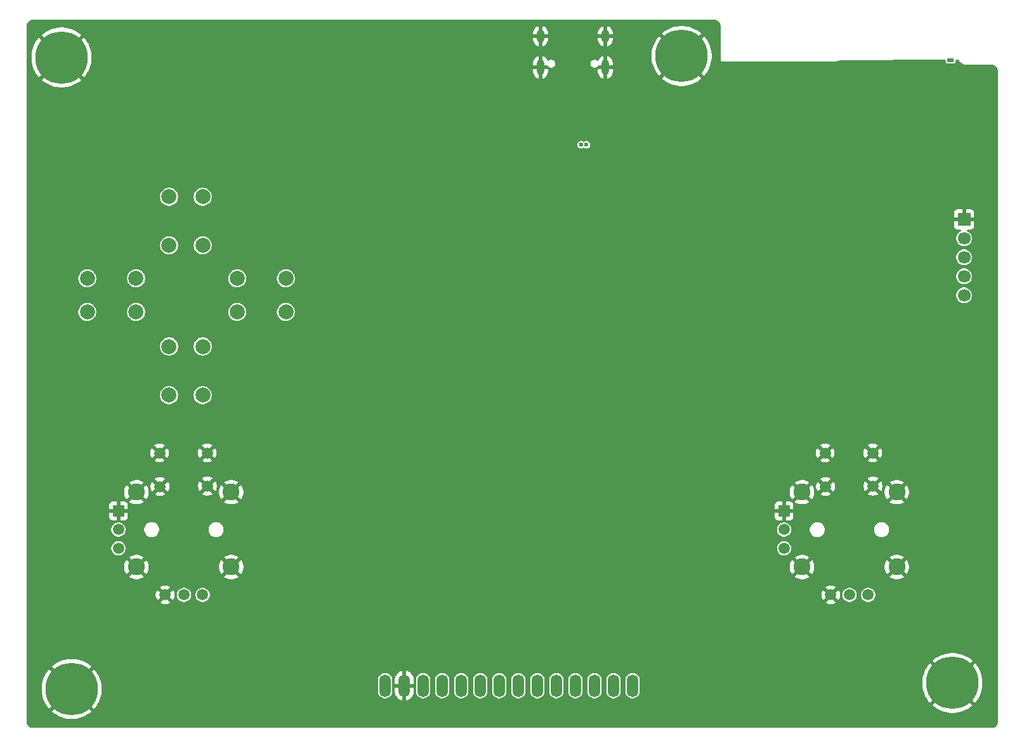
<source format=gbl>
G04 #@! TF.GenerationSoftware,KiCad,Pcbnew,9.0.2*
G04 #@! TF.CreationDate,2025-07-06T22:42:39-05:00*
G04 #@! TF.ProjectId,controller,636f6e74-726f-46c6-9c65-722e6b696361,rev?*
G04 #@! TF.SameCoordinates,Original*
G04 #@! TF.FileFunction,Copper,L4,Bot*
G04 #@! TF.FilePolarity,Positive*
%FSLAX46Y46*%
G04 Gerber Fmt 4.6, Leading zero omitted, Abs format (unit mm)*
G04 Created by KiCad (PCBNEW 9.0.2) date 2025-07-06 22:42:39*
%MOMM*%
%LPD*%
G01*
G04 APERTURE LIST*
G04 #@! TA.AperFunction,ComponentPad*
%ADD10O,1.500000X3.000000*%
G04 #@! TD*
G04 #@! TA.AperFunction,ComponentPad*
%ADD11C,2.000000*%
G04 #@! TD*
G04 #@! TA.AperFunction,ComponentPad*
%ADD12C,7.000000*%
G04 #@! TD*
G04 #@! TA.AperFunction,HeatsinkPad*
%ADD13O,1.000000X2.100000*%
G04 #@! TD*
G04 #@! TA.AperFunction,HeatsinkPad*
%ADD14O,1.000000X1.800000*%
G04 #@! TD*
G04 #@! TA.AperFunction,ComponentPad*
%ADD15C,2.250000*%
G04 #@! TD*
G04 #@! TA.AperFunction,ComponentPad*
%ADD16C,1.500000*%
G04 #@! TD*
G04 #@! TA.AperFunction,ComponentPad*
%ADD17R,1.500000X1.500000*%
G04 #@! TD*
G04 #@! TA.AperFunction,ComponentPad*
%ADD18R,1.700000X1.700000*%
G04 #@! TD*
G04 #@! TA.AperFunction,ComponentPad*
%ADD19C,1.700000*%
G04 #@! TD*
G04 #@! TA.AperFunction,ComponentPad*
%ADD20R,0.900000X0.500000*%
G04 #@! TD*
G04 #@! TA.AperFunction,ViaPad*
%ADD21C,0.600000*%
G04 #@! TD*
G04 APERTURE END LIST*
D10*
X120350000Y-130850000D03*
X122890000Y-130850000D03*
X125430000Y-130850000D03*
X127970000Y-130850000D03*
X130510000Y-130850000D03*
X133050000Y-130850000D03*
X135590000Y-130850000D03*
X138130000Y-130850000D03*
X140670000Y-130850000D03*
X143210000Y-130850000D03*
X145750000Y-130850000D03*
X148290000Y-130850000D03*
X150830000Y-130850000D03*
X153370000Y-130850000D03*
D11*
X100600000Y-76450000D03*
X107100000Y-76450000D03*
X100600000Y-80950000D03*
X107100000Y-80950000D03*
X91500000Y-92050000D03*
X91500000Y-85550000D03*
X96000000Y-92050000D03*
X96000000Y-85550000D03*
X91500000Y-72050000D03*
X91500000Y-65550000D03*
X96000000Y-72050000D03*
X96000000Y-65550000D03*
D12*
X159900000Y-46750000D03*
D13*
X149720000Y-48265000D03*
D14*
X149720000Y-44085000D03*
D13*
X141080000Y-48265000D03*
D14*
X141080000Y-44085000D03*
D15*
X175975000Y-115000000D03*
X188625000Y-115000000D03*
X188625000Y-105000000D03*
X175975000Y-105000000D03*
D16*
X185445000Y-104200000D03*
X185420000Y-99775000D03*
X179115000Y-104275000D03*
X179070000Y-99775000D03*
D17*
X173570000Y-107500000D03*
D16*
X173570000Y-110000000D03*
X173570000Y-112500000D03*
X179800000Y-118730000D03*
X182300000Y-118730000D03*
X184800000Y-118730000D03*
D15*
X87155000Y-115000000D03*
X99805000Y-115000000D03*
X99805000Y-105000000D03*
X87155000Y-105000000D03*
D16*
X96625000Y-104200000D03*
X96600000Y-99775000D03*
X90295000Y-104275000D03*
X90250000Y-99775000D03*
D17*
X84750000Y-107500000D03*
D16*
X84750000Y-110000000D03*
X84750000Y-112500000D03*
X90980000Y-118730000D03*
X93480000Y-118730000D03*
X95980000Y-118730000D03*
D12*
X78500000Y-131300000D03*
D18*
X197600000Y-68560000D03*
D19*
X197600000Y-71100000D03*
X197600000Y-73640000D03*
X197600000Y-76180000D03*
X197600000Y-78720000D03*
D20*
X195800000Y-47300000D03*
D12*
X77150000Y-46950000D03*
X196050000Y-130500000D03*
D11*
X80600000Y-76450000D03*
X87100000Y-76450000D03*
X80600000Y-80950000D03*
X87100000Y-80950000D03*
D21*
X134400000Y-55700000D03*
X134400000Y-56350000D03*
X147200000Y-58600000D03*
X146500000Y-58600000D03*
G04 #@! TA.AperFunction,Conductor*
G36*
X164306061Y-41901097D02*
G01*
X164316051Y-41902080D01*
X164443824Y-41914665D01*
X164467652Y-41919404D01*
X164594277Y-41957815D01*
X164616725Y-41967114D01*
X164733406Y-42029482D01*
X164753616Y-42042986D01*
X164855891Y-42126920D01*
X164873079Y-42144108D01*
X164957012Y-42246381D01*
X164970517Y-42266593D01*
X165032883Y-42383271D01*
X165042186Y-42405728D01*
X165080593Y-42532338D01*
X165085335Y-42556180D01*
X165098903Y-42693938D01*
X165099500Y-42706092D01*
X165099500Y-47289883D01*
X165119277Y-47337629D01*
X165130024Y-47363574D01*
X165186426Y-47419976D01*
X165260118Y-47450500D01*
X165260120Y-47450500D01*
X180494486Y-47450500D01*
X180681118Y-47420940D01*
X180699399Y-47415000D01*
X180860832Y-47362547D01*
X181004493Y-47289348D01*
X181060580Y-47275833D01*
X195025298Y-47252814D01*
X195092367Y-47272388D01*
X195138209Y-47325117D01*
X195149500Y-47376814D01*
X195149500Y-47569752D01*
X195161131Y-47628229D01*
X195161132Y-47628230D01*
X195205447Y-47694552D01*
X195271769Y-47738867D01*
X195271770Y-47738868D01*
X195330247Y-47750499D01*
X195330250Y-47750500D01*
X195330252Y-47750500D01*
X196269750Y-47750500D01*
X196269751Y-47750499D01*
X196284568Y-47747552D01*
X196328229Y-47738868D01*
X196328229Y-47738867D01*
X196328231Y-47738867D01*
X196394552Y-47694552D01*
X196438867Y-47628231D01*
X196438867Y-47628229D01*
X196438868Y-47628229D01*
X196450499Y-47569752D01*
X196450500Y-47569750D01*
X196450500Y-47374261D01*
X196453021Y-47365673D01*
X196451733Y-47356816D01*
X196462713Y-47332666D01*
X196470185Y-47307222D01*
X196476947Y-47301362D01*
X196480653Y-47293213D01*
X196502946Y-47278834D01*
X196522989Y-47261467D01*
X196533397Y-47259193D01*
X196539369Y-47255342D01*
X196574289Y-47250261D01*
X196798902Y-47249891D01*
X196865972Y-47269465D01*
X196909260Y-47316956D01*
X196917379Y-47332666D01*
X196918428Y-47334694D01*
X196946499Y-47372931D01*
X197029661Y-47486213D01*
X197163121Y-47618578D01*
X197163125Y-47618582D01*
X197266839Y-47693414D01*
X197315553Y-47728563D01*
X197483242Y-47813486D01*
X197662104Y-47871280D01*
X197847780Y-47900536D01*
X197941764Y-47900500D01*
X197981646Y-47900501D01*
X197981648Y-47900500D01*
X201260118Y-47900500D01*
X201293908Y-47900500D01*
X201306061Y-47901097D01*
X201316051Y-47902080D01*
X201443824Y-47914665D01*
X201467652Y-47919404D01*
X201594277Y-47957815D01*
X201616725Y-47967114D01*
X201706312Y-48015000D01*
X201733406Y-48029482D01*
X201753616Y-48042986D01*
X201795062Y-48076999D01*
X201855891Y-48126920D01*
X201873079Y-48144108D01*
X201957012Y-48246381D01*
X201970517Y-48266593D01*
X202032883Y-48383271D01*
X202042186Y-48405728D01*
X202075333Y-48515000D01*
X202080593Y-48532338D01*
X202085335Y-48556180D01*
X202098903Y-48693938D01*
X202099500Y-48706092D01*
X202099500Y-135693907D01*
X202098903Y-135706060D01*
X202098903Y-135706061D01*
X202085335Y-135843819D01*
X202080593Y-135867661D01*
X202042186Y-135994271D01*
X202032883Y-136016728D01*
X201970517Y-136133406D01*
X201957012Y-136153618D01*
X201873079Y-136255891D01*
X201855891Y-136273079D01*
X201753618Y-136357012D01*
X201733406Y-136370517D01*
X201616728Y-136432883D01*
X201594271Y-136442186D01*
X201467661Y-136480593D01*
X201443819Y-136485335D01*
X201306062Y-136498903D01*
X201293908Y-136499500D01*
X73306092Y-136499500D01*
X73293938Y-136498903D01*
X73156180Y-136485335D01*
X73132340Y-136480593D01*
X73005728Y-136442186D01*
X72983271Y-136432883D01*
X72866593Y-136370517D01*
X72846381Y-136357012D01*
X72744108Y-136273079D01*
X72726920Y-136255891D01*
X72642986Y-136153616D01*
X72629482Y-136133406D01*
X72567116Y-136016728D01*
X72557815Y-135994277D01*
X72519404Y-135867652D01*
X72514665Y-135843824D01*
X72501097Y-135706060D01*
X72500500Y-135693907D01*
X72500500Y-131103496D01*
X74500000Y-131103496D01*
X74500000Y-131496503D01*
X74538521Y-131887629D01*
X74615194Y-132273087D01*
X74729282Y-132649186D01*
X74879683Y-133012285D01*
X74879685Y-133012290D01*
X75064941Y-133358879D01*
X75064952Y-133358897D01*
X75283289Y-133685662D01*
X75283299Y-133685676D01*
X75498521Y-133947924D01*
X76813098Y-132633347D01*
X76880076Y-132720635D01*
X77079365Y-132919924D01*
X77166651Y-132986901D01*
X75852074Y-134301477D01*
X76114323Y-134516700D01*
X76114337Y-134516710D01*
X76441102Y-134735047D01*
X76441120Y-134735058D01*
X76787709Y-134920314D01*
X76787714Y-134920316D01*
X77150813Y-135070717D01*
X77526912Y-135184805D01*
X77912371Y-135261478D01*
X77912370Y-135261478D01*
X78303496Y-135300000D01*
X78696504Y-135300000D01*
X79087629Y-135261478D01*
X79473087Y-135184805D01*
X79849186Y-135070717D01*
X80212285Y-134920316D01*
X80212290Y-134920314D01*
X80558879Y-134735058D01*
X80558897Y-134735047D01*
X80885662Y-134516710D01*
X80885676Y-134516700D01*
X81147923Y-134301478D01*
X81147924Y-134301477D01*
X79833348Y-132986901D01*
X79920635Y-132919924D01*
X80119924Y-132720635D01*
X80186901Y-132633348D01*
X81501477Y-133947924D01*
X81501478Y-133947923D01*
X81716700Y-133685676D01*
X81716710Y-133685662D01*
X81918427Y-133383772D01*
X81918428Y-133383770D01*
X81935041Y-133358907D01*
X81935058Y-133358879D01*
X82120314Y-133012290D01*
X82120316Y-133012285D01*
X82270717Y-132649186D01*
X82384805Y-132273087D01*
X82461478Y-131887629D01*
X82500000Y-131496503D01*
X82500000Y-131103496D01*
X82461478Y-130712370D01*
X82384805Y-130326912D01*
X82296645Y-130036287D01*
X82287573Y-130006379D01*
X119399500Y-130006379D01*
X119399500Y-131693620D01*
X119436025Y-131877243D01*
X119436027Y-131877251D01*
X119507676Y-132050228D01*
X119507681Y-132050237D01*
X119611697Y-132205907D01*
X119611700Y-132205911D01*
X119744088Y-132338299D01*
X119744092Y-132338302D01*
X119899762Y-132442318D01*
X119899768Y-132442321D01*
X119899769Y-132442322D01*
X120072749Y-132513973D01*
X120204944Y-132540268D01*
X120256379Y-132550499D01*
X120256383Y-132550500D01*
X120256384Y-132550500D01*
X120443617Y-132550500D01*
X120443618Y-132550499D01*
X120627251Y-132513973D01*
X120800231Y-132442322D01*
X120955908Y-132338302D01*
X121088302Y-132205908D01*
X121192322Y-132050231D01*
X121263973Y-131877251D01*
X121300500Y-131693616D01*
X121300500Y-130006384D01*
X121300500Y-130006383D01*
X121300500Y-130006381D01*
X121299552Y-130001617D01*
X121640000Y-130001617D01*
X121640000Y-130600000D01*
X122574314Y-130600000D01*
X122569920Y-130604394D01*
X122517259Y-130695606D01*
X122490000Y-130797339D01*
X122490000Y-130902661D01*
X122517259Y-131004394D01*
X122569920Y-131095606D01*
X122574314Y-131100000D01*
X121640000Y-131100000D01*
X121640000Y-131698382D01*
X121670778Y-131892705D01*
X121731581Y-132079835D01*
X121820904Y-132255143D01*
X121936555Y-132414321D01*
X122075678Y-132553444D01*
X122234856Y-132669095D01*
X122410162Y-132758418D01*
X122597283Y-132819218D01*
X122640000Y-132825984D01*
X122640000Y-131165686D01*
X122644394Y-131170080D01*
X122735606Y-131222741D01*
X122837339Y-131250000D01*
X122942661Y-131250000D01*
X123044394Y-131222741D01*
X123135606Y-131170080D01*
X123140000Y-131165686D01*
X123140000Y-132825983D01*
X123182716Y-132819218D01*
X123369837Y-132758418D01*
X123545143Y-132669095D01*
X123704321Y-132553444D01*
X123843444Y-132414321D01*
X123959095Y-132255143D01*
X124048418Y-132079835D01*
X124109221Y-131892705D01*
X124140000Y-131698382D01*
X124140000Y-131100000D01*
X123205686Y-131100000D01*
X123210080Y-131095606D01*
X123262741Y-131004394D01*
X123290000Y-130902661D01*
X123290000Y-130797339D01*
X123262741Y-130695606D01*
X123210080Y-130604394D01*
X123205686Y-130600000D01*
X124140000Y-130600000D01*
X124140000Y-130006379D01*
X124479500Y-130006379D01*
X124479500Y-131693620D01*
X124516025Y-131877243D01*
X124516027Y-131877251D01*
X124587676Y-132050228D01*
X124587681Y-132050237D01*
X124691697Y-132205907D01*
X124691700Y-132205911D01*
X124824088Y-132338299D01*
X124824092Y-132338302D01*
X124979762Y-132442318D01*
X124979768Y-132442321D01*
X124979769Y-132442322D01*
X125152749Y-132513973D01*
X125284944Y-132540268D01*
X125336379Y-132550499D01*
X125336383Y-132550500D01*
X125336384Y-132550500D01*
X125523617Y-132550500D01*
X125523618Y-132550499D01*
X125707251Y-132513973D01*
X125880231Y-132442322D01*
X126035908Y-132338302D01*
X126168302Y-132205908D01*
X126272322Y-132050231D01*
X126343973Y-131877251D01*
X126380500Y-131693616D01*
X126380500Y-130006384D01*
X126380499Y-130006381D01*
X126380499Y-130006379D01*
X127019500Y-130006379D01*
X127019500Y-131693620D01*
X127056025Y-131877243D01*
X127056027Y-131877251D01*
X127127676Y-132050228D01*
X127127681Y-132050237D01*
X127231697Y-132205907D01*
X127231700Y-132205911D01*
X127364088Y-132338299D01*
X127364092Y-132338302D01*
X127519762Y-132442318D01*
X127519768Y-132442321D01*
X127519769Y-132442322D01*
X127692749Y-132513973D01*
X127824944Y-132540268D01*
X127876379Y-132550499D01*
X127876383Y-132550500D01*
X127876384Y-132550500D01*
X128063617Y-132550500D01*
X128063618Y-132550499D01*
X128247251Y-132513973D01*
X128420231Y-132442322D01*
X128575908Y-132338302D01*
X128708302Y-132205908D01*
X128812322Y-132050231D01*
X128883973Y-131877251D01*
X128920500Y-131693616D01*
X128920500Y-130006384D01*
X128920499Y-130006381D01*
X128920499Y-130006379D01*
X129559500Y-130006379D01*
X129559500Y-131693620D01*
X129596025Y-131877243D01*
X129596027Y-131877251D01*
X129667676Y-132050228D01*
X129667681Y-132050237D01*
X129771697Y-132205907D01*
X129771700Y-132205911D01*
X129904088Y-132338299D01*
X129904092Y-132338302D01*
X130059762Y-132442318D01*
X130059768Y-132442321D01*
X130059769Y-132442322D01*
X130232749Y-132513973D01*
X130364944Y-132540268D01*
X130416379Y-132550499D01*
X130416383Y-132550500D01*
X130416384Y-132550500D01*
X130603617Y-132550500D01*
X130603618Y-132550499D01*
X130787251Y-132513973D01*
X130960231Y-132442322D01*
X131115908Y-132338302D01*
X131248302Y-132205908D01*
X131352322Y-132050231D01*
X131423973Y-131877251D01*
X131460500Y-131693616D01*
X131460500Y-130006384D01*
X131460499Y-130006381D01*
X131460499Y-130006379D01*
X132099500Y-130006379D01*
X132099500Y-131693620D01*
X132136025Y-131877243D01*
X132136027Y-131877251D01*
X132207676Y-132050228D01*
X132207681Y-132050237D01*
X132311697Y-132205907D01*
X132311700Y-132205911D01*
X132444088Y-132338299D01*
X132444092Y-132338302D01*
X132599762Y-132442318D01*
X132599768Y-132442321D01*
X132599769Y-132442322D01*
X132772749Y-132513973D01*
X132904944Y-132540268D01*
X132956379Y-132550499D01*
X132956383Y-132550500D01*
X132956384Y-132550500D01*
X133143617Y-132550500D01*
X133143618Y-132550499D01*
X133327251Y-132513973D01*
X133500231Y-132442322D01*
X133655908Y-132338302D01*
X133788302Y-132205908D01*
X133892322Y-132050231D01*
X133963973Y-131877251D01*
X134000500Y-131693616D01*
X134000500Y-130006384D01*
X134000499Y-130006381D01*
X134000499Y-130006379D01*
X134639500Y-130006379D01*
X134639500Y-131693620D01*
X134676025Y-131877243D01*
X134676027Y-131877251D01*
X134747676Y-132050228D01*
X134747681Y-132050237D01*
X134851697Y-132205907D01*
X134851700Y-132205911D01*
X134984088Y-132338299D01*
X134984092Y-132338302D01*
X135139762Y-132442318D01*
X135139768Y-132442321D01*
X135139769Y-132442322D01*
X135312749Y-132513973D01*
X135444944Y-132540268D01*
X135496379Y-132550499D01*
X135496383Y-132550500D01*
X135496384Y-132550500D01*
X135683617Y-132550500D01*
X135683618Y-132550499D01*
X135867251Y-132513973D01*
X136040231Y-132442322D01*
X136195908Y-132338302D01*
X136328302Y-132205908D01*
X136432322Y-132050231D01*
X136503973Y-131877251D01*
X136540500Y-131693616D01*
X136540500Y-130006384D01*
X136540499Y-130006381D01*
X136540499Y-130006379D01*
X137179500Y-130006379D01*
X137179500Y-131693620D01*
X137216025Y-131877243D01*
X137216027Y-131877251D01*
X137287676Y-132050228D01*
X137287681Y-132050237D01*
X137391697Y-132205907D01*
X137391700Y-132205911D01*
X137524088Y-132338299D01*
X137524092Y-132338302D01*
X137679762Y-132442318D01*
X137679768Y-132442321D01*
X137679769Y-132442322D01*
X137852749Y-132513973D01*
X137984944Y-132540268D01*
X138036379Y-132550499D01*
X138036383Y-132550500D01*
X138036384Y-132550500D01*
X138223617Y-132550500D01*
X138223618Y-132550499D01*
X138407251Y-132513973D01*
X138580231Y-132442322D01*
X138735908Y-132338302D01*
X138868302Y-132205908D01*
X138972322Y-132050231D01*
X139043973Y-131877251D01*
X139080500Y-131693616D01*
X139080500Y-130006384D01*
X139080499Y-130006381D01*
X139080499Y-130006379D01*
X139719500Y-130006379D01*
X139719500Y-131693620D01*
X139756025Y-131877243D01*
X139756027Y-131877251D01*
X139827676Y-132050228D01*
X139827681Y-132050237D01*
X139931697Y-132205907D01*
X139931700Y-132205911D01*
X140064088Y-132338299D01*
X140064092Y-132338302D01*
X140219762Y-132442318D01*
X140219768Y-132442321D01*
X140219769Y-132442322D01*
X140392749Y-132513973D01*
X140524944Y-132540268D01*
X140576379Y-132550499D01*
X140576383Y-132550500D01*
X140576384Y-132550500D01*
X140763617Y-132550500D01*
X140763618Y-132550499D01*
X140947251Y-132513973D01*
X141120231Y-132442322D01*
X141275908Y-132338302D01*
X141408302Y-132205908D01*
X141512322Y-132050231D01*
X141583973Y-131877251D01*
X141620500Y-131693616D01*
X141620500Y-130006384D01*
X141620499Y-130006381D01*
X141620499Y-130006379D01*
X142259500Y-130006379D01*
X142259500Y-131693620D01*
X142296025Y-131877243D01*
X142296027Y-131877251D01*
X142367676Y-132050228D01*
X142367681Y-132050237D01*
X142471697Y-132205907D01*
X142471700Y-132205911D01*
X142604088Y-132338299D01*
X142604092Y-132338302D01*
X142759762Y-132442318D01*
X142759768Y-132442321D01*
X142759769Y-132442322D01*
X142932749Y-132513973D01*
X143064944Y-132540268D01*
X143116379Y-132550499D01*
X143116383Y-132550500D01*
X143116384Y-132550500D01*
X143303617Y-132550500D01*
X143303618Y-132550499D01*
X143487251Y-132513973D01*
X143660231Y-132442322D01*
X143815908Y-132338302D01*
X143948302Y-132205908D01*
X144052322Y-132050231D01*
X144123973Y-131877251D01*
X144160500Y-131693616D01*
X144160500Y-130006384D01*
X144160499Y-130006381D01*
X144160499Y-130006379D01*
X144799500Y-130006379D01*
X144799500Y-131693620D01*
X144836025Y-131877243D01*
X144836027Y-131877251D01*
X144907676Y-132050228D01*
X144907681Y-132050237D01*
X145011697Y-132205907D01*
X145011700Y-132205911D01*
X145144088Y-132338299D01*
X145144092Y-132338302D01*
X145299762Y-132442318D01*
X145299768Y-132442321D01*
X145299769Y-132442322D01*
X145472749Y-132513973D01*
X145604944Y-132540268D01*
X145656379Y-132550499D01*
X145656383Y-132550500D01*
X145656384Y-132550500D01*
X145843617Y-132550500D01*
X145843618Y-132550499D01*
X146027251Y-132513973D01*
X146200231Y-132442322D01*
X146355908Y-132338302D01*
X146488302Y-132205908D01*
X146592322Y-132050231D01*
X146663973Y-131877251D01*
X146700500Y-131693616D01*
X146700500Y-130006384D01*
X146700499Y-130006381D01*
X146700499Y-130006379D01*
X147339500Y-130006379D01*
X147339500Y-131693620D01*
X147376025Y-131877243D01*
X147376027Y-131877251D01*
X147447676Y-132050228D01*
X147447681Y-132050237D01*
X147551697Y-132205907D01*
X147551700Y-132205911D01*
X147684088Y-132338299D01*
X147684092Y-132338302D01*
X147839762Y-132442318D01*
X147839768Y-132442321D01*
X147839769Y-132442322D01*
X148012749Y-132513973D01*
X148144944Y-132540268D01*
X148196379Y-132550499D01*
X148196383Y-132550500D01*
X148196384Y-132550500D01*
X148383617Y-132550500D01*
X148383618Y-132550499D01*
X148567251Y-132513973D01*
X148740231Y-132442322D01*
X148895908Y-132338302D01*
X149028302Y-132205908D01*
X149132322Y-132050231D01*
X149203973Y-131877251D01*
X149240500Y-131693616D01*
X149240500Y-130006384D01*
X149240499Y-130006381D01*
X149240499Y-130006379D01*
X149879500Y-130006379D01*
X149879500Y-131693620D01*
X149916025Y-131877243D01*
X149916027Y-131877251D01*
X149987676Y-132050228D01*
X149987681Y-132050237D01*
X150091697Y-132205907D01*
X150091700Y-132205911D01*
X150224088Y-132338299D01*
X150224092Y-132338302D01*
X150379762Y-132442318D01*
X150379768Y-132442321D01*
X150379769Y-132442322D01*
X150552749Y-132513973D01*
X150684944Y-132540268D01*
X150736379Y-132550499D01*
X150736383Y-132550500D01*
X150736384Y-132550500D01*
X150923617Y-132550500D01*
X150923618Y-132550499D01*
X151107251Y-132513973D01*
X151280231Y-132442322D01*
X151435908Y-132338302D01*
X151568302Y-132205908D01*
X151672322Y-132050231D01*
X151743973Y-131877251D01*
X151780500Y-131693616D01*
X151780500Y-130006384D01*
X151780499Y-130006381D01*
X151780499Y-130006379D01*
X152419500Y-130006379D01*
X152419500Y-131693620D01*
X152456025Y-131877243D01*
X152456027Y-131877251D01*
X152527676Y-132050228D01*
X152527681Y-132050237D01*
X152631697Y-132205907D01*
X152631700Y-132205911D01*
X152764088Y-132338299D01*
X152764092Y-132338302D01*
X152919762Y-132442318D01*
X152919768Y-132442321D01*
X152919769Y-132442322D01*
X153092749Y-132513973D01*
X153224944Y-132540268D01*
X153276379Y-132550499D01*
X153276383Y-132550500D01*
X153276384Y-132550500D01*
X153463617Y-132550500D01*
X153463618Y-132550499D01*
X153647251Y-132513973D01*
X153820231Y-132442322D01*
X153975908Y-132338302D01*
X154108302Y-132205908D01*
X154212322Y-132050231D01*
X154283973Y-131877251D01*
X154320500Y-131693616D01*
X154320500Y-130303496D01*
X192050000Y-130303496D01*
X192050000Y-130696503D01*
X192088521Y-131087629D01*
X192165194Y-131473087D01*
X192279282Y-131849186D01*
X192429683Y-132212285D01*
X192429685Y-132212290D01*
X192614941Y-132558879D01*
X192614952Y-132558897D01*
X192833289Y-132885662D01*
X192833299Y-132885676D01*
X193048521Y-133147924D01*
X194363098Y-131833347D01*
X194430076Y-131920635D01*
X194629365Y-132119924D01*
X194716651Y-132186901D01*
X193402074Y-133501477D01*
X193664323Y-133716700D01*
X193664337Y-133716710D01*
X193991102Y-133935047D01*
X193991120Y-133935058D01*
X194337709Y-134120314D01*
X194337714Y-134120316D01*
X194700813Y-134270717D01*
X195076912Y-134384805D01*
X195462371Y-134461478D01*
X195462370Y-134461478D01*
X195853496Y-134500000D01*
X196246504Y-134500000D01*
X196637629Y-134461478D01*
X197023087Y-134384805D01*
X197399186Y-134270717D01*
X197762285Y-134120316D01*
X197762290Y-134120314D01*
X198108879Y-133935058D01*
X198108897Y-133935047D01*
X198435662Y-133716710D01*
X198435676Y-133716700D01*
X198697923Y-133501478D01*
X198697924Y-133501477D01*
X197383348Y-132186901D01*
X197470635Y-132119924D01*
X197669924Y-131920635D01*
X197736901Y-131833348D01*
X199051477Y-133147924D01*
X199051478Y-133147923D01*
X199266700Y-132885676D01*
X199266710Y-132885662D01*
X199485047Y-132558897D01*
X199485058Y-132558879D01*
X199670314Y-132212290D01*
X199670316Y-132212285D01*
X199820717Y-131849186D01*
X199934805Y-131473087D01*
X200011478Y-131087629D01*
X200050000Y-130696503D01*
X200050000Y-130303496D01*
X200011478Y-129912370D01*
X199934805Y-129526912D01*
X199820717Y-129150813D01*
X199670316Y-128787714D01*
X199670314Y-128787709D01*
X199485058Y-128441120D01*
X199485047Y-128441102D01*
X199266710Y-128114337D01*
X199266700Y-128114323D01*
X199051477Y-127852074D01*
X197736900Y-129166651D01*
X197669924Y-129079365D01*
X197470635Y-128880076D01*
X197383347Y-128813098D01*
X198697924Y-127498521D01*
X198435676Y-127283299D01*
X198435662Y-127283289D01*
X198108897Y-127064952D01*
X198108879Y-127064941D01*
X197762290Y-126879685D01*
X197762285Y-126879683D01*
X197399186Y-126729282D01*
X197023087Y-126615194D01*
X196637628Y-126538521D01*
X196637629Y-126538521D01*
X196246504Y-126500000D01*
X195853496Y-126500000D01*
X195462370Y-126538521D01*
X195076912Y-126615194D01*
X194700813Y-126729282D01*
X194337714Y-126879683D01*
X194337709Y-126879685D01*
X193991120Y-127064941D01*
X193991102Y-127064952D01*
X193664337Y-127283289D01*
X193664323Y-127283299D01*
X193402075Y-127498520D01*
X193402074Y-127498521D01*
X194716651Y-128813098D01*
X194629365Y-128880076D01*
X194430076Y-129079365D01*
X194363098Y-129166651D01*
X193048521Y-127852074D01*
X193048520Y-127852075D01*
X192833299Y-128114323D01*
X192833289Y-128114337D01*
X192614952Y-128441102D01*
X192614941Y-128441120D01*
X192429685Y-128787709D01*
X192429683Y-128787714D01*
X192279282Y-129150813D01*
X192165194Y-129526912D01*
X192088521Y-129912370D01*
X192050000Y-130303496D01*
X154320500Y-130303496D01*
X154320500Y-130006384D01*
X154320499Y-130006381D01*
X154320499Y-130006379D01*
X154309446Y-129950813D01*
X154283973Y-129822749D01*
X154212322Y-129649769D01*
X154212321Y-129649768D01*
X154212318Y-129649762D01*
X154108302Y-129494092D01*
X154108299Y-129494088D01*
X153975911Y-129361700D01*
X153975907Y-129361697D01*
X153820237Y-129257681D01*
X153820228Y-129257676D01*
X153647251Y-129186027D01*
X153647243Y-129186025D01*
X153463620Y-129149500D01*
X153463616Y-129149500D01*
X153276384Y-129149500D01*
X153276379Y-129149500D01*
X153092756Y-129186025D01*
X153092748Y-129186027D01*
X152919771Y-129257676D01*
X152919762Y-129257681D01*
X152764092Y-129361697D01*
X152764088Y-129361700D01*
X152631700Y-129494088D01*
X152631697Y-129494092D01*
X152527681Y-129649762D01*
X152527676Y-129649771D01*
X152456027Y-129822748D01*
X152456025Y-129822756D01*
X152419500Y-130006379D01*
X151780499Y-130006379D01*
X151769446Y-129950813D01*
X151743973Y-129822749D01*
X151672322Y-129649769D01*
X151672321Y-129649768D01*
X151672318Y-129649762D01*
X151568302Y-129494092D01*
X151568299Y-129494088D01*
X151435911Y-129361700D01*
X151435907Y-129361697D01*
X151280237Y-129257681D01*
X151280228Y-129257676D01*
X151107251Y-129186027D01*
X151107243Y-129186025D01*
X150923620Y-129149500D01*
X150923616Y-129149500D01*
X150736384Y-129149500D01*
X150736379Y-129149500D01*
X150552756Y-129186025D01*
X150552748Y-129186027D01*
X150379771Y-129257676D01*
X150379762Y-129257681D01*
X150224092Y-129361697D01*
X150224088Y-129361700D01*
X150091700Y-129494088D01*
X150091697Y-129494092D01*
X149987681Y-129649762D01*
X149987676Y-129649771D01*
X149916027Y-129822748D01*
X149916025Y-129822756D01*
X149879500Y-130006379D01*
X149240499Y-130006379D01*
X149229446Y-129950813D01*
X149203973Y-129822749D01*
X149132322Y-129649769D01*
X149132321Y-129649768D01*
X149132318Y-129649762D01*
X149028302Y-129494092D01*
X149028299Y-129494088D01*
X148895911Y-129361700D01*
X148895907Y-129361697D01*
X148740237Y-129257681D01*
X148740228Y-129257676D01*
X148567251Y-129186027D01*
X148567243Y-129186025D01*
X148383620Y-129149500D01*
X148383616Y-129149500D01*
X148196384Y-129149500D01*
X148196379Y-129149500D01*
X148012756Y-129186025D01*
X148012748Y-129186027D01*
X147839771Y-129257676D01*
X147839762Y-129257681D01*
X147684092Y-129361697D01*
X147684088Y-129361700D01*
X147551700Y-129494088D01*
X147551697Y-129494092D01*
X147447681Y-129649762D01*
X147447676Y-129649771D01*
X147376027Y-129822748D01*
X147376025Y-129822756D01*
X147339500Y-130006379D01*
X146700499Y-130006379D01*
X146689446Y-129950813D01*
X146663973Y-129822749D01*
X146592322Y-129649769D01*
X146592321Y-129649768D01*
X146592318Y-129649762D01*
X146488302Y-129494092D01*
X146488299Y-129494088D01*
X146355911Y-129361700D01*
X146355907Y-129361697D01*
X146200237Y-129257681D01*
X146200228Y-129257676D01*
X146027251Y-129186027D01*
X146027243Y-129186025D01*
X145843620Y-129149500D01*
X145843616Y-129149500D01*
X145656384Y-129149500D01*
X145656379Y-129149500D01*
X145472756Y-129186025D01*
X145472748Y-129186027D01*
X145299771Y-129257676D01*
X145299762Y-129257681D01*
X145144092Y-129361697D01*
X145144088Y-129361700D01*
X145011700Y-129494088D01*
X145011697Y-129494092D01*
X144907681Y-129649762D01*
X144907676Y-129649771D01*
X144836027Y-129822748D01*
X144836025Y-129822756D01*
X144799500Y-130006379D01*
X144160499Y-130006379D01*
X144149446Y-129950813D01*
X144123973Y-129822749D01*
X144052322Y-129649769D01*
X144052321Y-129649768D01*
X144052318Y-129649762D01*
X143948302Y-129494092D01*
X143948299Y-129494088D01*
X143815911Y-129361700D01*
X143815907Y-129361697D01*
X143660237Y-129257681D01*
X143660228Y-129257676D01*
X143487251Y-129186027D01*
X143487243Y-129186025D01*
X143303620Y-129149500D01*
X143303616Y-129149500D01*
X143116384Y-129149500D01*
X143116379Y-129149500D01*
X142932756Y-129186025D01*
X142932748Y-129186027D01*
X142759771Y-129257676D01*
X142759762Y-129257681D01*
X142604092Y-129361697D01*
X142604088Y-129361700D01*
X142471700Y-129494088D01*
X142471697Y-129494092D01*
X142367681Y-129649762D01*
X142367676Y-129649771D01*
X142296027Y-129822748D01*
X142296025Y-129822756D01*
X142259500Y-130006379D01*
X141620499Y-130006379D01*
X141609446Y-129950813D01*
X141583973Y-129822749D01*
X141512322Y-129649769D01*
X141512321Y-129649768D01*
X141512318Y-129649762D01*
X141408302Y-129494092D01*
X141408299Y-129494088D01*
X141275911Y-129361700D01*
X141275907Y-129361697D01*
X141120237Y-129257681D01*
X141120228Y-129257676D01*
X140947251Y-129186027D01*
X140947243Y-129186025D01*
X140763620Y-129149500D01*
X140763616Y-129149500D01*
X140576384Y-129149500D01*
X140576379Y-129149500D01*
X140392756Y-129186025D01*
X140392748Y-129186027D01*
X140219771Y-129257676D01*
X140219762Y-129257681D01*
X140064092Y-129361697D01*
X140064088Y-129361700D01*
X139931700Y-129494088D01*
X139931697Y-129494092D01*
X139827681Y-129649762D01*
X139827676Y-129649771D01*
X139756027Y-129822748D01*
X139756025Y-129822756D01*
X139719500Y-130006379D01*
X139080499Y-130006379D01*
X139069446Y-129950813D01*
X139043973Y-129822749D01*
X138972322Y-129649769D01*
X138972321Y-129649768D01*
X138972318Y-129649762D01*
X138868302Y-129494092D01*
X138868299Y-129494088D01*
X138735911Y-129361700D01*
X138735907Y-129361697D01*
X138580237Y-129257681D01*
X138580228Y-129257676D01*
X138407251Y-129186027D01*
X138407243Y-129186025D01*
X138223620Y-129149500D01*
X138223616Y-129149500D01*
X138036384Y-129149500D01*
X138036379Y-129149500D01*
X137852756Y-129186025D01*
X137852748Y-129186027D01*
X137679771Y-129257676D01*
X137679762Y-129257681D01*
X137524092Y-129361697D01*
X137524088Y-129361700D01*
X137391700Y-129494088D01*
X137391697Y-129494092D01*
X137287681Y-129649762D01*
X137287676Y-129649771D01*
X137216027Y-129822748D01*
X137216025Y-129822756D01*
X137179500Y-130006379D01*
X136540499Y-130006379D01*
X136529446Y-129950813D01*
X136503973Y-129822749D01*
X136432322Y-129649769D01*
X136432321Y-129649768D01*
X136432318Y-129649762D01*
X136328302Y-129494092D01*
X136328299Y-129494088D01*
X136195911Y-129361700D01*
X136195907Y-129361697D01*
X136040237Y-129257681D01*
X136040228Y-129257676D01*
X135867251Y-129186027D01*
X135867243Y-129186025D01*
X135683620Y-129149500D01*
X135683616Y-129149500D01*
X135496384Y-129149500D01*
X135496379Y-129149500D01*
X135312756Y-129186025D01*
X135312748Y-129186027D01*
X135139771Y-129257676D01*
X135139762Y-129257681D01*
X134984092Y-129361697D01*
X134984088Y-129361700D01*
X134851700Y-129494088D01*
X134851697Y-129494092D01*
X134747681Y-129649762D01*
X134747676Y-129649771D01*
X134676027Y-129822748D01*
X134676025Y-129822756D01*
X134639500Y-130006379D01*
X134000499Y-130006379D01*
X133989446Y-129950813D01*
X133963973Y-129822749D01*
X133892322Y-129649769D01*
X133892321Y-129649768D01*
X133892318Y-129649762D01*
X133788302Y-129494092D01*
X133788299Y-129494088D01*
X133655911Y-129361700D01*
X133655907Y-129361697D01*
X133500237Y-129257681D01*
X133500228Y-129257676D01*
X133327251Y-129186027D01*
X133327243Y-129186025D01*
X133143620Y-129149500D01*
X133143616Y-129149500D01*
X132956384Y-129149500D01*
X132956379Y-129149500D01*
X132772756Y-129186025D01*
X132772748Y-129186027D01*
X132599771Y-129257676D01*
X132599762Y-129257681D01*
X132444092Y-129361697D01*
X132444088Y-129361700D01*
X132311700Y-129494088D01*
X132311697Y-129494092D01*
X132207681Y-129649762D01*
X132207676Y-129649771D01*
X132136027Y-129822748D01*
X132136025Y-129822756D01*
X132099500Y-130006379D01*
X131460499Y-130006379D01*
X131449446Y-129950813D01*
X131423973Y-129822749D01*
X131352322Y-129649769D01*
X131352321Y-129649768D01*
X131352318Y-129649762D01*
X131248302Y-129494092D01*
X131248299Y-129494088D01*
X131115911Y-129361700D01*
X131115907Y-129361697D01*
X130960237Y-129257681D01*
X130960228Y-129257676D01*
X130787251Y-129186027D01*
X130787243Y-129186025D01*
X130603620Y-129149500D01*
X130603616Y-129149500D01*
X130416384Y-129149500D01*
X130416379Y-129149500D01*
X130232756Y-129186025D01*
X130232748Y-129186027D01*
X130059771Y-129257676D01*
X130059762Y-129257681D01*
X129904092Y-129361697D01*
X129904088Y-129361700D01*
X129771700Y-129494088D01*
X129771697Y-129494092D01*
X129667681Y-129649762D01*
X129667676Y-129649771D01*
X129596027Y-129822748D01*
X129596025Y-129822756D01*
X129559500Y-130006379D01*
X128920499Y-130006379D01*
X128909446Y-129950813D01*
X128883973Y-129822749D01*
X128812322Y-129649769D01*
X128812321Y-129649768D01*
X128812318Y-129649762D01*
X128708302Y-129494092D01*
X128708299Y-129494088D01*
X128575911Y-129361700D01*
X128575907Y-129361697D01*
X128420237Y-129257681D01*
X128420228Y-129257676D01*
X128247251Y-129186027D01*
X128247243Y-129186025D01*
X128063620Y-129149500D01*
X128063616Y-129149500D01*
X127876384Y-129149500D01*
X127876379Y-129149500D01*
X127692756Y-129186025D01*
X127692748Y-129186027D01*
X127519771Y-129257676D01*
X127519762Y-129257681D01*
X127364092Y-129361697D01*
X127364088Y-129361700D01*
X127231700Y-129494088D01*
X127231697Y-129494092D01*
X127127681Y-129649762D01*
X127127676Y-129649771D01*
X127056027Y-129822748D01*
X127056025Y-129822756D01*
X127019500Y-130006379D01*
X126380499Y-130006379D01*
X126369446Y-129950813D01*
X126343973Y-129822749D01*
X126272322Y-129649769D01*
X126272321Y-129649768D01*
X126272318Y-129649762D01*
X126168302Y-129494092D01*
X126168299Y-129494088D01*
X126035911Y-129361700D01*
X126035907Y-129361697D01*
X125880237Y-129257681D01*
X125880228Y-129257676D01*
X125707251Y-129186027D01*
X125707243Y-129186025D01*
X125523620Y-129149500D01*
X125523616Y-129149500D01*
X125336384Y-129149500D01*
X125336379Y-129149500D01*
X125152756Y-129186025D01*
X125152748Y-129186027D01*
X124979771Y-129257676D01*
X124979762Y-129257681D01*
X124824092Y-129361697D01*
X124824088Y-129361700D01*
X124691700Y-129494088D01*
X124691697Y-129494092D01*
X124587681Y-129649762D01*
X124587676Y-129649771D01*
X124516027Y-129822748D01*
X124516025Y-129822756D01*
X124479500Y-130006379D01*
X124140000Y-130006379D01*
X124140000Y-130001617D01*
X124109221Y-129807294D01*
X124048418Y-129620164D01*
X123959095Y-129444856D01*
X123843444Y-129285678D01*
X123704321Y-129146555D01*
X123545143Y-129030904D01*
X123369835Y-128941581D01*
X123182705Y-128880778D01*
X123140000Y-128874014D01*
X123140000Y-130534314D01*
X123135606Y-130529920D01*
X123044394Y-130477259D01*
X122942661Y-130450000D01*
X122837339Y-130450000D01*
X122735606Y-130477259D01*
X122644394Y-130529920D01*
X122640000Y-130534314D01*
X122640000Y-128874014D01*
X122639999Y-128874014D01*
X122597294Y-128880778D01*
X122410164Y-128941581D01*
X122234856Y-129030904D01*
X122075678Y-129146555D01*
X121936555Y-129285678D01*
X121820904Y-129444856D01*
X121731581Y-129620164D01*
X121670778Y-129807294D01*
X121640000Y-130001617D01*
X121299552Y-130001617D01*
X121278463Y-129895599D01*
X121263973Y-129822749D01*
X121192322Y-129649769D01*
X121192321Y-129649768D01*
X121192318Y-129649762D01*
X121088302Y-129494092D01*
X121088299Y-129494088D01*
X120955911Y-129361700D01*
X120955907Y-129361697D01*
X120800237Y-129257681D01*
X120800228Y-129257676D01*
X120627251Y-129186027D01*
X120627243Y-129186025D01*
X120443620Y-129149500D01*
X120443616Y-129149500D01*
X120256384Y-129149500D01*
X120256379Y-129149500D01*
X120072756Y-129186025D01*
X120072748Y-129186027D01*
X119899771Y-129257676D01*
X119899762Y-129257681D01*
X119744092Y-129361697D01*
X119744088Y-129361700D01*
X119611700Y-129494088D01*
X119611697Y-129494092D01*
X119507681Y-129649762D01*
X119507676Y-129649771D01*
X119436027Y-129822748D01*
X119436025Y-129822756D01*
X119399500Y-130006379D01*
X82287573Y-130006379D01*
X82270717Y-129950813D01*
X82120316Y-129587714D01*
X82120314Y-129587709D01*
X81935058Y-129241120D01*
X81935047Y-129241102D01*
X81716710Y-128914337D01*
X81716700Y-128914323D01*
X81501477Y-128652074D01*
X80186900Y-129966651D01*
X80119924Y-129879365D01*
X79920635Y-129680076D01*
X79833347Y-129613098D01*
X81147924Y-128298521D01*
X80885676Y-128083299D01*
X80885662Y-128083289D01*
X80558897Y-127864952D01*
X80558879Y-127864941D01*
X80212290Y-127679685D01*
X80212285Y-127679683D01*
X80169346Y-127661897D01*
X79849186Y-127529282D01*
X79473087Y-127415194D01*
X79087628Y-127338521D01*
X79087629Y-127338521D01*
X78696504Y-127300000D01*
X78303496Y-127300000D01*
X77912370Y-127338521D01*
X77526912Y-127415194D01*
X77150813Y-127529282D01*
X76787714Y-127679683D01*
X76787709Y-127679685D01*
X76441120Y-127864941D01*
X76441102Y-127864952D01*
X76114337Y-128083289D01*
X76114323Y-128083299D01*
X75852075Y-128298520D01*
X75852074Y-128298521D01*
X77166651Y-129613098D01*
X77079365Y-129680076D01*
X76880076Y-129879365D01*
X76813098Y-129966651D01*
X75498521Y-128652074D01*
X75498520Y-128652075D01*
X75283299Y-128914323D01*
X75283289Y-128914337D01*
X75064952Y-129241102D01*
X75064941Y-129241120D01*
X74879685Y-129587709D01*
X74879683Y-129587714D01*
X74729282Y-129950813D01*
X74615194Y-130326912D01*
X74538521Y-130712370D01*
X74500000Y-131103496D01*
X72500500Y-131103496D01*
X72500500Y-118631617D01*
X89730000Y-118631617D01*
X89730000Y-118828382D01*
X89760778Y-119022705D01*
X89821581Y-119209835D01*
X89910905Y-119385145D01*
X89936319Y-119420125D01*
X89936320Y-119420125D01*
X90497037Y-118859408D01*
X90514075Y-118922993D01*
X90579901Y-119037007D01*
X90672993Y-119130099D01*
X90787007Y-119195925D01*
X90850590Y-119212962D01*
X90289873Y-119773677D01*
X90289873Y-119773678D01*
X90324858Y-119799096D01*
X90500164Y-119888418D01*
X90687294Y-119949221D01*
X90881618Y-119980000D01*
X91078382Y-119980000D01*
X91272705Y-119949221D01*
X91459835Y-119888418D01*
X91635143Y-119799095D01*
X91670125Y-119773678D01*
X91670126Y-119773678D01*
X91109410Y-119212962D01*
X91172993Y-119195925D01*
X91287007Y-119130099D01*
X91380099Y-119037007D01*
X91445925Y-118922993D01*
X91462962Y-118859410D01*
X92023678Y-119420126D01*
X92023678Y-119420125D01*
X92049095Y-119385143D01*
X92138418Y-119209835D01*
X92199221Y-119022705D01*
X92230000Y-118828382D01*
X92230000Y-118636379D01*
X92529500Y-118636379D01*
X92529500Y-118823620D01*
X92566025Y-119007243D01*
X92566027Y-119007251D01*
X92637676Y-119180228D01*
X92637681Y-119180237D01*
X92741697Y-119335907D01*
X92741700Y-119335911D01*
X92874088Y-119468299D01*
X92874092Y-119468302D01*
X93029762Y-119572318D01*
X93029768Y-119572321D01*
X93029769Y-119572322D01*
X93202749Y-119643973D01*
X93386379Y-119680499D01*
X93386383Y-119680500D01*
X93386384Y-119680500D01*
X93573617Y-119680500D01*
X93573618Y-119680499D01*
X93757251Y-119643973D01*
X93930231Y-119572322D01*
X94085908Y-119468302D01*
X94218302Y-119335908D01*
X94322322Y-119180231D01*
X94393973Y-119007251D01*
X94430500Y-118823616D01*
X94430500Y-118636384D01*
X94430499Y-118636381D01*
X94430499Y-118636379D01*
X95029500Y-118636379D01*
X95029500Y-118823620D01*
X95066025Y-119007243D01*
X95066027Y-119007251D01*
X95137676Y-119180228D01*
X95137681Y-119180237D01*
X95241697Y-119335907D01*
X95241700Y-119335911D01*
X95374088Y-119468299D01*
X95374092Y-119468302D01*
X95529762Y-119572318D01*
X95529768Y-119572321D01*
X95529769Y-119572322D01*
X95702749Y-119643973D01*
X95886379Y-119680499D01*
X95886383Y-119680500D01*
X95886384Y-119680500D01*
X96073617Y-119680500D01*
X96073618Y-119680499D01*
X96257251Y-119643973D01*
X96430231Y-119572322D01*
X96585908Y-119468302D01*
X96718302Y-119335908D01*
X96822322Y-119180231D01*
X96893973Y-119007251D01*
X96930500Y-118823616D01*
X96930500Y-118636384D01*
X96930500Y-118636383D01*
X96930500Y-118636381D01*
X96929552Y-118631617D01*
X178550000Y-118631617D01*
X178550000Y-118828382D01*
X178580778Y-119022705D01*
X178641581Y-119209835D01*
X178730905Y-119385145D01*
X178756319Y-119420125D01*
X178756320Y-119420125D01*
X179317037Y-118859408D01*
X179334075Y-118922993D01*
X179399901Y-119037007D01*
X179492993Y-119130099D01*
X179607007Y-119195925D01*
X179670590Y-119212962D01*
X179109873Y-119773677D01*
X179109873Y-119773678D01*
X179144858Y-119799096D01*
X179320164Y-119888418D01*
X179507294Y-119949221D01*
X179701618Y-119980000D01*
X179898382Y-119980000D01*
X180092705Y-119949221D01*
X180279835Y-119888418D01*
X180455143Y-119799095D01*
X180490125Y-119773678D01*
X180490126Y-119773678D01*
X179929410Y-119212962D01*
X179992993Y-119195925D01*
X180107007Y-119130099D01*
X180200099Y-119037007D01*
X180265925Y-118922993D01*
X180282962Y-118859410D01*
X180843678Y-119420126D01*
X180843678Y-119420125D01*
X180869095Y-119385143D01*
X180958418Y-119209835D01*
X181019221Y-119022705D01*
X181050000Y-118828382D01*
X181050000Y-118636379D01*
X181349500Y-118636379D01*
X181349500Y-118823620D01*
X181386025Y-119007243D01*
X181386027Y-119007251D01*
X181457676Y-119180228D01*
X181457681Y-119180237D01*
X181561697Y-119335907D01*
X181561700Y-119335911D01*
X181694088Y-119468299D01*
X181694092Y-119468302D01*
X181849762Y-119572318D01*
X181849768Y-119572321D01*
X181849769Y-119572322D01*
X182022749Y-119643973D01*
X182206379Y-119680499D01*
X182206383Y-119680500D01*
X182206384Y-119680500D01*
X182393617Y-119680500D01*
X182393618Y-119680499D01*
X182577251Y-119643973D01*
X182750231Y-119572322D01*
X182905908Y-119468302D01*
X183038302Y-119335908D01*
X183142322Y-119180231D01*
X183213973Y-119007251D01*
X183250500Y-118823616D01*
X183250500Y-118636384D01*
X183250499Y-118636381D01*
X183250499Y-118636379D01*
X183849500Y-118636379D01*
X183849500Y-118823620D01*
X183886025Y-119007243D01*
X183886027Y-119007251D01*
X183957676Y-119180228D01*
X183957681Y-119180237D01*
X184061697Y-119335907D01*
X184061700Y-119335911D01*
X184194088Y-119468299D01*
X184194092Y-119468302D01*
X184349762Y-119572318D01*
X184349768Y-119572321D01*
X184349769Y-119572322D01*
X184522749Y-119643973D01*
X184706379Y-119680499D01*
X184706383Y-119680500D01*
X184706384Y-119680500D01*
X184893617Y-119680500D01*
X184893618Y-119680499D01*
X185077251Y-119643973D01*
X185250231Y-119572322D01*
X185405908Y-119468302D01*
X185538302Y-119335908D01*
X185642322Y-119180231D01*
X185713973Y-119007251D01*
X185750500Y-118823616D01*
X185750500Y-118636384D01*
X185750499Y-118636381D01*
X185750499Y-118636379D01*
X185713974Y-118452756D01*
X185713973Y-118452749D01*
X185642322Y-118279769D01*
X185642321Y-118279768D01*
X185642318Y-118279762D01*
X185538302Y-118124092D01*
X185538299Y-118124088D01*
X185405911Y-117991700D01*
X185405907Y-117991697D01*
X185250237Y-117887681D01*
X185250228Y-117887676D01*
X185077251Y-117816027D01*
X185077243Y-117816025D01*
X184893620Y-117779500D01*
X184893616Y-117779500D01*
X184706384Y-117779500D01*
X184706379Y-117779500D01*
X184522756Y-117816025D01*
X184522748Y-117816027D01*
X184349771Y-117887676D01*
X184349762Y-117887681D01*
X184194092Y-117991697D01*
X184194088Y-117991700D01*
X184061700Y-118124088D01*
X184061697Y-118124092D01*
X183957681Y-118279762D01*
X183957676Y-118279771D01*
X183886027Y-118452748D01*
X183886025Y-118452756D01*
X183849500Y-118636379D01*
X183250499Y-118636379D01*
X183213974Y-118452756D01*
X183213973Y-118452749D01*
X183142322Y-118279769D01*
X183142321Y-118279768D01*
X183142318Y-118279762D01*
X183038302Y-118124092D01*
X183038299Y-118124088D01*
X182905911Y-117991700D01*
X182905907Y-117991697D01*
X182750237Y-117887681D01*
X182750228Y-117887676D01*
X182577251Y-117816027D01*
X182577243Y-117816025D01*
X182393620Y-117779500D01*
X182393616Y-117779500D01*
X182206384Y-117779500D01*
X182206379Y-117779500D01*
X182022756Y-117816025D01*
X182022748Y-117816027D01*
X181849771Y-117887676D01*
X181849762Y-117887681D01*
X181694092Y-117991697D01*
X181694088Y-117991700D01*
X181561700Y-118124088D01*
X181561697Y-118124092D01*
X181457681Y-118279762D01*
X181457676Y-118279771D01*
X181386027Y-118452748D01*
X181386025Y-118452756D01*
X181349500Y-118636379D01*
X181050000Y-118636379D01*
X181050000Y-118631617D01*
X181019221Y-118437294D01*
X180958418Y-118250164D01*
X180869096Y-118074858D01*
X180843678Y-118039873D01*
X180843677Y-118039873D01*
X180282962Y-118600589D01*
X180265925Y-118537007D01*
X180200099Y-118422993D01*
X180107007Y-118329901D01*
X179992993Y-118264075D01*
X179929409Y-118247037D01*
X180490125Y-117686320D01*
X180490125Y-117686319D01*
X180455145Y-117660905D01*
X180279835Y-117571581D01*
X180092705Y-117510778D01*
X179898382Y-117480000D01*
X179701618Y-117480000D01*
X179507294Y-117510778D01*
X179320161Y-117571582D01*
X179144863Y-117660899D01*
X179144859Y-117660902D01*
X179109873Y-117686320D01*
X179109872Y-117686320D01*
X179670590Y-118247037D01*
X179607007Y-118264075D01*
X179492993Y-118329901D01*
X179399901Y-118422993D01*
X179334075Y-118537007D01*
X179317037Y-118600590D01*
X178756320Y-118039872D01*
X178756320Y-118039873D01*
X178730902Y-118074859D01*
X178730899Y-118074863D01*
X178641582Y-118250161D01*
X178580778Y-118437294D01*
X178550000Y-118631617D01*
X96929552Y-118631617D01*
X96893974Y-118452756D01*
X96893973Y-118452749D01*
X96822322Y-118279769D01*
X96822321Y-118279768D01*
X96822318Y-118279762D01*
X96718302Y-118124092D01*
X96718299Y-118124088D01*
X96585911Y-117991700D01*
X96585907Y-117991697D01*
X96430237Y-117887681D01*
X96430228Y-117887676D01*
X96334778Y-117848140D01*
X96257251Y-117816027D01*
X96257243Y-117816025D01*
X96073620Y-117779500D01*
X96073616Y-117779500D01*
X95886384Y-117779500D01*
X95886379Y-117779500D01*
X95702756Y-117816025D01*
X95702748Y-117816027D01*
X95529771Y-117887676D01*
X95529762Y-117887681D01*
X95374092Y-117991697D01*
X95374088Y-117991700D01*
X95241700Y-118124088D01*
X95241697Y-118124092D01*
X95137681Y-118279762D01*
X95137676Y-118279771D01*
X95066027Y-118452748D01*
X95066025Y-118452756D01*
X95029500Y-118636379D01*
X94430499Y-118636379D01*
X94393974Y-118452756D01*
X94393973Y-118452749D01*
X94322322Y-118279769D01*
X94322321Y-118279768D01*
X94322318Y-118279762D01*
X94218302Y-118124092D01*
X94218299Y-118124088D01*
X94085911Y-117991700D01*
X94085907Y-117991697D01*
X93930237Y-117887681D01*
X93930228Y-117887676D01*
X93757251Y-117816027D01*
X93757243Y-117816025D01*
X93573620Y-117779500D01*
X93573616Y-117779500D01*
X93386384Y-117779500D01*
X93386379Y-117779500D01*
X93202756Y-117816025D01*
X93202748Y-117816027D01*
X93029771Y-117887676D01*
X93029762Y-117887681D01*
X92874092Y-117991697D01*
X92874088Y-117991700D01*
X92741700Y-118124088D01*
X92741697Y-118124092D01*
X92637681Y-118279762D01*
X92637676Y-118279771D01*
X92566027Y-118452748D01*
X92566025Y-118452756D01*
X92529500Y-118636379D01*
X92230000Y-118636379D01*
X92230000Y-118631617D01*
X92199221Y-118437294D01*
X92138418Y-118250164D01*
X92049096Y-118074858D01*
X92023678Y-118039873D01*
X92023677Y-118039873D01*
X91462962Y-118600589D01*
X91445925Y-118537007D01*
X91380099Y-118422993D01*
X91287007Y-118329901D01*
X91172993Y-118264075D01*
X91109409Y-118247037D01*
X91670125Y-117686320D01*
X91670125Y-117686319D01*
X91635145Y-117660905D01*
X91459835Y-117571581D01*
X91272705Y-117510778D01*
X91078382Y-117480000D01*
X90881618Y-117480000D01*
X90687294Y-117510778D01*
X90500161Y-117571582D01*
X90324863Y-117660899D01*
X90324859Y-117660902D01*
X90289873Y-117686320D01*
X90289872Y-117686320D01*
X90850590Y-118247037D01*
X90787007Y-118264075D01*
X90672993Y-118329901D01*
X90579901Y-118422993D01*
X90514075Y-118537007D01*
X90497037Y-118600590D01*
X89936320Y-118039872D01*
X89936320Y-118039873D01*
X89910902Y-118074859D01*
X89910899Y-118074863D01*
X89821582Y-118250161D01*
X89760778Y-118437294D01*
X89730000Y-118631617D01*
X72500500Y-118631617D01*
X72500500Y-114872110D01*
X85530000Y-114872110D01*
X85530000Y-115127889D01*
X85570013Y-115380523D01*
X85649051Y-115623781D01*
X85649052Y-115623784D01*
X85765175Y-115851686D01*
X85842850Y-115958595D01*
X85842850Y-115958596D01*
X86477421Y-115324024D01*
X86490359Y-115355258D01*
X86572437Y-115478097D01*
X86676903Y-115582563D01*
X86799742Y-115664641D01*
X86830974Y-115677577D01*
X86196402Y-116312148D01*
X86303313Y-116389824D01*
X86531215Y-116505947D01*
X86531218Y-116505948D01*
X86774476Y-116584986D01*
X87027111Y-116625000D01*
X87282889Y-116625000D01*
X87535523Y-116584986D01*
X87778781Y-116505948D01*
X87778784Y-116505947D01*
X88006685Y-116389825D01*
X88113595Y-116312148D01*
X88113596Y-116312148D01*
X87479025Y-115677578D01*
X87510258Y-115664641D01*
X87633097Y-115582563D01*
X87737563Y-115478097D01*
X87819641Y-115355258D01*
X87832577Y-115324025D01*
X88467148Y-115958596D01*
X88467148Y-115958595D01*
X88544825Y-115851685D01*
X88660947Y-115623784D01*
X88660948Y-115623781D01*
X88739986Y-115380523D01*
X88780000Y-115127889D01*
X88780000Y-114872110D01*
X98180000Y-114872110D01*
X98180000Y-115127889D01*
X98220013Y-115380523D01*
X98299051Y-115623781D01*
X98299052Y-115623784D01*
X98415175Y-115851686D01*
X98492850Y-115958595D01*
X98492850Y-115958596D01*
X99127421Y-115324024D01*
X99140359Y-115355258D01*
X99222437Y-115478097D01*
X99326903Y-115582563D01*
X99449742Y-115664641D01*
X99480974Y-115677577D01*
X98846402Y-116312148D01*
X98953313Y-116389824D01*
X99181215Y-116505947D01*
X99181218Y-116505948D01*
X99424476Y-116584986D01*
X99677111Y-116625000D01*
X99932889Y-116625000D01*
X100185523Y-116584986D01*
X100428781Y-116505948D01*
X100428784Y-116505947D01*
X100656685Y-116389825D01*
X100763595Y-116312148D01*
X100763596Y-116312148D01*
X100129025Y-115677578D01*
X100160258Y-115664641D01*
X100283097Y-115582563D01*
X100387563Y-115478097D01*
X100469641Y-115355258D01*
X100482578Y-115324025D01*
X101117148Y-115958596D01*
X101117148Y-115958595D01*
X101194825Y-115851685D01*
X101310947Y-115623784D01*
X101310948Y-115623781D01*
X101389986Y-115380523D01*
X101430000Y-115127889D01*
X101430000Y-114872110D01*
X174350000Y-114872110D01*
X174350000Y-115127889D01*
X174390013Y-115380523D01*
X174469051Y-115623781D01*
X174469052Y-115623784D01*
X174585175Y-115851686D01*
X174662850Y-115958595D01*
X174662850Y-115958596D01*
X175297421Y-115324024D01*
X175310359Y-115355258D01*
X175392437Y-115478097D01*
X175496903Y-115582563D01*
X175619742Y-115664641D01*
X175650974Y-115677577D01*
X175016402Y-116312148D01*
X175123313Y-116389824D01*
X175351215Y-116505947D01*
X175351218Y-116505948D01*
X175594476Y-116584986D01*
X175847111Y-116625000D01*
X176102889Y-116625000D01*
X176355523Y-116584986D01*
X176598781Y-116505948D01*
X176598784Y-116505947D01*
X176826685Y-116389825D01*
X176933595Y-116312148D01*
X176933596Y-116312148D01*
X176299025Y-115677578D01*
X176330258Y-115664641D01*
X176453097Y-115582563D01*
X176557563Y-115478097D01*
X176639641Y-115355258D01*
X176652577Y-115324025D01*
X177287148Y-115958596D01*
X177287148Y-115958595D01*
X177364825Y-115851685D01*
X177480947Y-115623784D01*
X177480948Y-115623781D01*
X177559986Y-115380523D01*
X177600000Y-115127889D01*
X177600000Y-114872110D01*
X187000000Y-114872110D01*
X187000000Y-115127889D01*
X187040013Y-115380523D01*
X187119051Y-115623781D01*
X187119052Y-115623784D01*
X187235175Y-115851686D01*
X187312850Y-115958595D01*
X187312850Y-115958596D01*
X187947421Y-115324024D01*
X187960359Y-115355258D01*
X188042437Y-115478097D01*
X188146903Y-115582563D01*
X188269742Y-115664641D01*
X188300974Y-115677577D01*
X187666402Y-116312148D01*
X187773313Y-116389824D01*
X188001215Y-116505947D01*
X188001218Y-116505948D01*
X188244476Y-116584986D01*
X188497111Y-116625000D01*
X188752889Y-116625000D01*
X189005523Y-116584986D01*
X189248781Y-116505948D01*
X189248784Y-116505947D01*
X189476685Y-116389825D01*
X189583595Y-116312148D01*
X189583596Y-116312148D01*
X188949025Y-115677578D01*
X188980258Y-115664641D01*
X189103097Y-115582563D01*
X189207563Y-115478097D01*
X189289641Y-115355258D01*
X189302578Y-115324025D01*
X189937148Y-115958596D01*
X189937148Y-115958595D01*
X190014825Y-115851685D01*
X190130947Y-115623784D01*
X190130948Y-115623781D01*
X190209986Y-115380523D01*
X190250000Y-115127889D01*
X190250000Y-114872110D01*
X190209986Y-114619476D01*
X190130948Y-114376218D01*
X190130947Y-114376215D01*
X190014824Y-114148313D01*
X189937148Y-114041403D01*
X189937148Y-114041402D01*
X189302577Y-114675973D01*
X189289641Y-114644742D01*
X189207563Y-114521903D01*
X189103097Y-114417437D01*
X188980258Y-114335359D01*
X188949024Y-114322421D01*
X189583596Y-113687850D01*
X189476686Y-113610175D01*
X189248784Y-113494052D01*
X189248781Y-113494051D01*
X189005523Y-113415013D01*
X188752889Y-113375000D01*
X188497111Y-113375000D01*
X188244476Y-113415013D01*
X188001218Y-113494051D01*
X188001215Y-113494052D01*
X187773310Y-113610177D01*
X187666403Y-113687849D01*
X187666402Y-113687850D01*
X188300974Y-114322421D01*
X188269742Y-114335359D01*
X188146903Y-114417437D01*
X188042437Y-114521903D01*
X187960359Y-114644742D01*
X187947421Y-114675974D01*
X187312850Y-114041402D01*
X187312849Y-114041403D01*
X187235177Y-114148310D01*
X187119052Y-114376215D01*
X187119051Y-114376218D01*
X187040013Y-114619476D01*
X187000000Y-114872110D01*
X177600000Y-114872110D01*
X177559986Y-114619476D01*
X177480948Y-114376218D01*
X177480947Y-114376215D01*
X177364824Y-114148313D01*
X177287148Y-114041403D01*
X177287148Y-114041402D01*
X176652577Y-114675973D01*
X176639641Y-114644742D01*
X176557563Y-114521903D01*
X176453097Y-114417437D01*
X176330258Y-114335359D01*
X176299024Y-114322421D01*
X176933596Y-113687850D01*
X176826686Y-113610175D01*
X176598784Y-113494052D01*
X176598781Y-113494051D01*
X176355523Y-113415013D01*
X176102889Y-113375000D01*
X175847111Y-113375000D01*
X175594476Y-113415013D01*
X175351218Y-113494051D01*
X175351215Y-113494052D01*
X175123310Y-113610177D01*
X175016403Y-113687849D01*
X175016402Y-113687850D01*
X175650974Y-114322421D01*
X175619742Y-114335359D01*
X175496903Y-114417437D01*
X175392437Y-114521903D01*
X175310359Y-114644742D01*
X175297421Y-114675974D01*
X174662850Y-114041402D01*
X174662849Y-114041403D01*
X174585177Y-114148310D01*
X174469052Y-114376215D01*
X174469051Y-114376218D01*
X174390013Y-114619476D01*
X174350000Y-114872110D01*
X101430000Y-114872110D01*
X101389986Y-114619476D01*
X101310948Y-114376218D01*
X101310947Y-114376215D01*
X101194824Y-114148313D01*
X101117148Y-114041403D01*
X101117148Y-114041402D01*
X100482577Y-114675973D01*
X100469641Y-114644742D01*
X100387563Y-114521903D01*
X100283097Y-114417437D01*
X100160258Y-114335359D01*
X100129024Y-114322421D01*
X100763596Y-113687850D01*
X100656686Y-113610175D01*
X100428784Y-113494052D01*
X100428781Y-113494051D01*
X100185523Y-113415013D01*
X99932889Y-113375000D01*
X99677111Y-113375000D01*
X99424476Y-113415013D01*
X99181218Y-113494051D01*
X99181215Y-113494052D01*
X98953310Y-113610177D01*
X98846403Y-113687849D01*
X98846402Y-113687850D01*
X99480974Y-114322421D01*
X99449742Y-114335359D01*
X99326903Y-114417437D01*
X99222437Y-114521903D01*
X99140359Y-114644742D01*
X99127421Y-114675974D01*
X98492850Y-114041402D01*
X98492849Y-114041403D01*
X98415177Y-114148310D01*
X98299052Y-114376215D01*
X98299051Y-114376218D01*
X98220013Y-114619476D01*
X98180000Y-114872110D01*
X88780000Y-114872110D01*
X88739986Y-114619476D01*
X88660948Y-114376218D01*
X88660947Y-114376215D01*
X88544824Y-114148313D01*
X88467148Y-114041403D01*
X88467148Y-114041402D01*
X87832577Y-114675973D01*
X87819641Y-114644742D01*
X87737563Y-114521903D01*
X87633097Y-114417437D01*
X87510258Y-114335359D01*
X87479024Y-114322421D01*
X88113596Y-113687850D01*
X88006686Y-113610175D01*
X87778784Y-113494052D01*
X87778781Y-113494051D01*
X87535523Y-113415013D01*
X87282889Y-113375000D01*
X87027111Y-113375000D01*
X86774476Y-113415013D01*
X86531218Y-113494051D01*
X86531215Y-113494052D01*
X86303310Y-113610177D01*
X86196403Y-113687849D01*
X86196402Y-113687850D01*
X86830974Y-114322421D01*
X86799742Y-114335359D01*
X86676903Y-114417437D01*
X86572437Y-114521903D01*
X86490359Y-114644742D01*
X86477421Y-114675974D01*
X85842850Y-114041402D01*
X85842849Y-114041403D01*
X85765177Y-114148310D01*
X85649052Y-114376215D01*
X85649051Y-114376218D01*
X85570013Y-114619476D01*
X85530000Y-114872110D01*
X72500500Y-114872110D01*
X72500500Y-112406379D01*
X83799500Y-112406379D01*
X83799500Y-112593620D01*
X83836025Y-112777243D01*
X83836027Y-112777251D01*
X83907676Y-112950228D01*
X83907681Y-112950237D01*
X84011697Y-113105907D01*
X84011700Y-113105911D01*
X84144088Y-113238299D01*
X84144092Y-113238302D01*
X84299762Y-113342318D01*
X84299768Y-113342321D01*
X84299769Y-113342322D01*
X84472749Y-113413973D01*
X84656379Y-113450499D01*
X84656383Y-113450500D01*
X84656384Y-113450500D01*
X84843617Y-113450500D01*
X84843618Y-113450499D01*
X85027251Y-113413973D01*
X85200231Y-113342322D01*
X85355908Y-113238302D01*
X85488302Y-113105908D01*
X85592322Y-112950231D01*
X85663973Y-112777251D01*
X85700500Y-112593616D01*
X85700500Y-112406384D01*
X85700499Y-112406379D01*
X172619500Y-112406379D01*
X172619500Y-112593620D01*
X172656025Y-112777243D01*
X172656027Y-112777251D01*
X172727676Y-112950228D01*
X172727681Y-112950237D01*
X172831697Y-113105907D01*
X172831700Y-113105911D01*
X172964088Y-113238299D01*
X172964092Y-113238302D01*
X173119762Y-113342318D01*
X173119768Y-113342321D01*
X173119769Y-113342322D01*
X173292749Y-113413973D01*
X173476379Y-113450499D01*
X173476383Y-113450500D01*
X173476384Y-113450500D01*
X173663617Y-113450500D01*
X173663618Y-113450499D01*
X173847251Y-113413973D01*
X174020231Y-113342322D01*
X174175908Y-113238302D01*
X174308302Y-113105908D01*
X174412322Y-112950231D01*
X174483973Y-112777251D01*
X174520500Y-112593616D01*
X174520500Y-112406384D01*
X174483973Y-112222749D01*
X174412322Y-112049769D01*
X174412321Y-112049768D01*
X174412318Y-112049762D01*
X174308302Y-111894092D01*
X174308299Y-111894088D01*
X174175911Y-111761700D01*
X174175907Y-111761697D01*
X174020237Y-111657681D01*
X174020228Y-111657676D01*
X173847251Y-111586027D01*
X173847243Y-111586025D01*
X173663620Y-111549500D01*
X173663616Y-111549500D01*
X173476384Y-111549500D01*
X173476379Y-111549500D01*
X173292756Y-111586025D01*
X173292748Y-111586027D01*
X173119771Y-111657676D01*
X173119762Y-111657681D01*
X172964092Y-111761697D01*
X172964088Y-111761700D01*
X172831700Y-111894088D01*
X172831697Y-111894092D01*
X172727681Y-112049762D01*
X172727676Y-112049771D01*
X172656027Y-112222748D01*
X172656025Y-112222756D01*
X172619500Y-112406379D01*
X85700499Y-112406379D01*
X85663973Y-112222749D01*
X85592322Y-112049769D01*
X85592321Y-112049768D01*
X85592318Y-112049762D01*
X85488302Y-111894092D01*
X85488299Y-111894088D01*
X85355911Y-111761700D01*
X85355907Y-111761697D01*
X85200237Y-111657681D01*
X85200228Y-111657676D01*
X85027251Y-111586027D01*
X85027243Y-111586025D01*
X84843620Y-111549500D01*
X84843616Y-111549500D01*
X84656384Y-111549500D01*
X84656379Y-111549500D01*
X84472756Y-111586025D01*
X84472748Y-111586027D01*
X84299771Y-111657676D01*
X84299762Y-111657681D01*
X84144092Y-111761697D01*
X84144088Y-111761700D01*
X84011700Y-111894088D01*
X84011697Y-111894092D01*
X83907681Y-112049762D01*
X83907676Y-112049771D01*
X83836027Y-112222748D01*
X83836025Y-112222756D01*
X83799500Y-112406379D01*
X72500500Y-112406379D01*
X72500500Y-109906379D01*
X83799500Y-109906379D01*
X83799500Y-110093620D01*
X83836025Y-110277243D01*
X83836027Y-110277251D01*
X83907676Y-110450228D01*
X83907681Y-110450237D01*
X84011697Y-110605907D01*
X84011700Y-110605911D01*
X84144088Y-110738299D01*
X84144092Y-110738302D01*
X84299762Y-110842318D01*
X84299768Y-110842321D01*
X84299769Y-110842322D01*
X84472749Y-110913973D01*
X84656379Y-110950499D01*
X84656383Y-110950500D01*
X84656384Y-110950500D01*
X84843617Y-110950500D01*
X84843618Y-110950499D01*
X85027251Y-110913973D01*
X85200231Y-110842322D01*
X85355908Y-110738302D01*
X85488302Y-110605908D01*
X85592322Y-110450231D01*
X85663973Y-110277251D01*
X85699520Y-110098543D01*
X88179499Y-110098543D01*
X88217947Y-110291829D01*
X88217950Y-110291839D01*
X88293364Y-110473907D01*
X88293371Y-110473920D01*
X88402860Y-110637781D01*
X88402863Y-110637785D01*
X88542214Y-110777136D01*
X88542218Y-110777139D01*
X88706079Y-110886628D01*
X88706092Y-110886635D01*
X88860278Y-110950500D01*
X88888165Y-110962051D01*
X88888169Y-110962051D01*
X88888170Y-110962052D01*
X89081456Y-111000500D01*
X89081459Y-111000500D01*
X89278543Y-111000500D01*
X89408582Y-110974632D01*
X89471835Y-110962051D01*
X89653914Y-110886632D01*
X89817782Y-110777139D01*
X89957139Y-110637782D01*
X90066632Y-110473914D01*
X90142051Y-110291835D01*
X90180500Y-110098543D01*
X96779499Y-110098543D01*
X96817947Y-110291829D01*
X96817950Y-110291839D01*
X96893364Y-110473907D01*
X96893371Y-110473920D01*
X97002860Y-110637781D01*
X97002863Y-110637785D01*
X97142214Y-110777136D01*
X97142218Y-110777139D01*
X97306079Y-110886628D01*
X97306092Y-110886635D01*
X97460278Y-110950500D01*
X97488165Y-110962051D01*
X97488169Y-110962051D01*
X97488170Y-110962052D01*
X97681456Y-111000500D01*
X97681459Y-111000500D01*
X97878543Y-111000500D01*
X98008582Y-110974632D01*
X98071835Y-110962051D01*
X98253914Y-110886632D01*
X98417782Y-110777139D01*
X98557139Y-110637782D01*
X98666632Y-110473914D01*
X98742051Y-110291835D01*
X98780500Y-110098541D01*
X98780500Y-109906379D01*
X172619500Y-109906379D01*
X172619500Y-110093620D01*
X172656025Y-110277243D01*
X172656027Y-110277251D01*
X172727676Y-110450228D01*
X172727681Y-110450237D01*
X172831697Y-110605907D01*
X172831700Y-110605911D01*
X172964088Y-110738299D01*
X172964092Y-110738302D01*
X173119762Y-110842318D01*
X173119768Y-110842321D01*
X173119769Y-110842322D01*
X173292749Y-110913973D01*
X173476379Y-110950499D01*
X173476383Y-110950500D01*
X173476384Y-110950500D01*
X173663617Y-110950500D01*
X173663618Y-110950499D01*
X173847251Y-110913973D01*
X174020231Y-110842322D01*
X174175908Y-110738302D01*
X174308302Y-110605908D01*
X174412322Y-110450231D01*
X174483973Y-110277251D01*
X174519520Y-110098543D01*
X176999499Y-110098543D01*
X177037947Y-110291829D01*
X177037950Y-110291839D01*
X177113364Y-110473907D01*
X177113371Y-110473920D01*
X177222860Y-110637781D01*
X177222863Y-110637785D01*
X177362214Y-110777136D01*
X177362218Y-110777139D01*
X177526079Y-110886628D01*
X177526092Y-110886635D01*
X177680278Y-110950500D01*
X177708165Y-110962051D01*
X177708169Y-110962051D01*
X177708170Y-110962052D01*
X177901456Y-111000500D01*
X177901459Y-111000500D01*
X178098543Y-111000500D01*
X178228582Y-110974632D01*
X178291835Y-110962051D01*
X178473914Y-110886632D01*
X178637782Y-110777139D01*
X178777139Y-110637782D01*
X178886632Y-110473914D01*
X178962051Y-110291835D01*
X179000500Y-110098543D01*
X185599499Y-110098543D01*
X185637947Y-110291829D01*
X185637950Y-110291839D01*
X185713364Y-110473907D01*
X185713371Y-110473920D01*
X185822860Y-110637781D01*
X185822863Y-110637785D01*
X185962214Y-110777136D01*
X185962218Y-110777139D01*
X186126079Y-110886628D01*
X186126092Y-110886635D01*
X186280278Y-110950500D01*
X186308165Y-110962051D01*
X186308169Y-110962051D01*
X186308170Y-110962052D01*
X186501456Y-111000500D01*
X186501459Y-111000500D01*
X186698543Y-111000500D01*
X186828582Y-110974632D01*
X186891835Y-110962051D01*
X187073914Y-110886632D01*
X187237782Y-110777139D01*
X187377139Y-110637782D01*
X187486632Y-110473914D01*
X187562051Y-110291835D01*
X187600500Y-110098541D01*
X187600500Y-109901459D01*
X187600500Y-109901456D01*
X187562052Y-109708170D01*
X187562051Y-109708169D01*
X187562051Y-109708165D01*
X187496439Y-109549762D01*
X187486635Y-109526092D01*
X187486628Y-109526079D01*
X187377139Y-109362218D01*
X187377136Y-109362214D01*
X187237785Y-109222863D01*
X187237781Y-109222860D01*
X187073920Y-109113371D01*
X187073907Y-109113364D01*
X186891839Y-109037950D01*
X186891829Y-109037947D01*
X186698543Y-108999500D01*
X186698541Y-108999500D01*
X186501459Y-108999500D01*
X186501457Y-108999500D01*
X186308170Y-109037947D01*
X186308160Y-109037950D01*
X186126092Y-109113364D01*
X186126079Y-109113371D01*
X185962218Y-109222860D01*
X185962214Y-109222863D01*
X185822863Y-109362214D01*
X185822860Y-109362218D01*
X185713371Y-109526079D01*
X185713364Y-109526092D01*
X185637950Y-109708160D01*
X185637947Y-109708170D01*
X185599500Y-109901456D01*
X185599500Y-109901459D01*
X185599500Y-110098541D01*
X185599500Y-110098543D01*
X185599499Y-110098543D01*
X179000500Y-110098543D01*
X179000500Y-110098541D01*
X179000500Y-109901459D01*
X179000500Y-109901456D01*
X178962052Y-109708170D01*
X178962051Y-109708169D01*
X178962051Y-109708165D01*
X178896439Y-109549762D01*
X178886635Y-109526092D01*
X178886628Y-109526079D01*
X178777139Y-109362218D01*
X178777136Y-109362214D01*
X178637785Y-109222863D01*
X178637781Y-109222860D01*
X178473920Y-109113371D01*
X178473907Y-109113364D01*
X178291839Y-109037950D01*
X178291829Y-109037947D01*
X178098543Y-108999500D01*
X178098541Y-108999500D01*
X177901459Y-108999500D01*
X177901457Y-108999500D01*
X177708170Y-109037947D01*
X177708160Y-109037950D01*
X177526092Y-109113364D01*
X177526079Y-109113371D01*
X177362218Y-109222860D01*
X177362214Y-109222863D01*
X177222863Y-109362214D01*
X177222860Y-109362218D01*
X177113371Y-109526079D01*
X177113364Y-109526092D01*
X177037950Y-109708160D01*
X177037947Y-109708170D01*
X176999500Y-109901456D01*
X176999500Y-109901459D01*
X176999500Y-110098541D01*
X176999500Y-110098543D01*
X176999499Y-110098543D01*
X174519520Y-110098543D01*
X174520500Y-110093616D01*
X174520500Y-109906384D01*
X174483973Y-109722749D01*
X174412322Y-109549769D01*
X174412321Y-109549768D01*
X174412318Y-109549762D01*
X174308302Y-109394092D01*
X174308299Y-109394088D01*
X174175911Y-109261700D01*
X174175907Y-109261697D01*
X174020237Y-109157681D01*
X174020228Y-109157676D01*
X173847251Y-109086027D01*
X173847243Y-109086025D01*
X173663620Y-109049500D01*
X173663616Y-109049500D01*
X173476384Y-109049500D01*
X173476379Y-109049500D01*
X173292756Y-109086025D01*
X173292748Y-109086027D01*
X173119771Y-109157676D01*
X173119762Y-109157681D01*
X172964092Y-109261697D01*
X172964088Y-109261700D01*
X172831700Y-109394088D01*
X172831697Y-109394092D01*
X172727681Y-109549762D01*
X172727676Y-109549771D01*
X172656027Y-109722748D01*
X172656025Y-109722756D01*
X172619500Y-109906379D01*
X98780500Y-109906379D01*
X98780500Y-109901459D01*
X98780500Y-109901456D01*
X98742052Y-109708170D01*
X98742051Y-109708169D01*
X98742051Y-109708165D01*
X98676439Y-109549762D01*
X98666635Y-109526092D01*
X98666628Y-109526079D01*
X98557139Y-109362218D01*
X98557136Y-109362214D01*
X98417785Y-109222863D01*
X98417781Y-109222860D01*
X98253920Y-109113371D01*
X98253907Y-109113364D01*
X98071839Y-109037950D01*
X98071829Y-109037947D01*
X97878543Y-108999500D01*
X97878541Y-108999500D01*
X97681459Y-108999500D01*
X97681457Y-108999500D01*
X97488170Y-109037947D01*
X97488160Y-109037950D01*
X97306092Y-109113364D01*
X97306079Y-109113371D01*
X97142218Y-109222860D01*
X97142214Y-109222863D01*
X97002863Y-109362214D01*
X97002860Y-109362218D01*
X96893371Y-109526079D01*
X96893364Y-109526092D01*
X96817950Y-109708160D01*
X96817947Y-109708170D01*
X96779500Y-109901456D01*
X96779500Y-109901459D01*
X96779500Y-110098541D01*
X96779500Y-110098543D01*
X96779499Y-110098543D01*
X90180500Y-110098543D01*
X90180500Y-110098541D01*
X90180500Y-109901459D01*
X90180500Y-109901456D01*
X90142052Y-109708170D01*
X90142051Y-109708169D01*
X90142051Y-109708165D01*
X90076439Y-109549762D01*
X90066635Y-109526092D01*
X90066628Y-109526079D01*
X89957139Y-109362218D01*
X89957136Y-109362214D01*
X89817785Y-109222863D01*
X89817781Y-109222860D01*
X89653920Y-109113371D01*
X89653907Y-109113364D01*
X89471839Y-109037950D01*
X89471829Y-109037947D01*
X89278543Y-108999500D01*
X89278541Y-108999500D01*
X89081459Y-108999500D01*
X89081457Y-108999500D01*
X88888170Y-109037947D01*
X88888160Y-109037950D01*
X88706092Y-109113364D01*
X88706079Y-109113371D01*
X88542218Y-109222860D01*
X88542214Y-109222863D01*
X88402863Y-109362214D01*
X88402860Y-109362218D01*
X88293371Y-109526079D01*
X88293364Y-109526092D01*
X88217950Y-109708160D01*
X88217947Y-109708170D01*
X88179500Y-109901456D01*
X88179500Y-109901459D01*
X88179500Y-110098541D01*
X88179500Y-110098543D01*
X88179499Y-110098543D01*
X85699520Y-110098543D01*
X85700500Y-110093616D01*
X85700500Y-109906384D01*
X85663973Y-109722749D01*
X85592322Y-109549769D01*
X85592321Y-109549768D01*
X85592318Y-109549762D01*
X85488302Y-109394092D01*
X85488299Y-109394088D01*
X85355911Y-109261700D01*
X85355907Y-109261697D01*
X85200237Y-109157681D01*
X85200228Y-109157676D01*
X85027251Y-109086027D01*
X85027243Y-109086025D01*
X84843620Y-109049500D01*
X84843616Y-109049500D01*
X84656384Y-109049500D01*
X84656379Y-109049500D01*
X84472756Y-109086025D01*
X84472748Y-109086027D01*
X84299771Y-109157676D01*
X84299762Y-109157681D01*
X84144092Y-109261697D01*
X84144088Y-109261700D01*
X84011700Y-109394088D01*
X84011697Y-109394092D01*
X83907681Y-109549762D01*
X83907676Y-109549771D01*
X83836027Y-109722748D01*
X83836025Y-109722756D01*
X83799500Y-109906379D01*
X72500500Y-109906379D01*
X72500500Y-106702155D01*
X83500000Y-106702155D01*
X83500000Y-107250000D01*
X84316988Y-107250000D01*
X84284075Y-107307007D01*
X84250000Y-107434174D01*
X84250000Y-107565826D01*
X84284075Y-107692993D01*
X84316988Y-107750000D01*
X83500000Y-107750000D01*
X83500000Y-108297844D01*
X83506401Y-108357372D01*
X83506403Y-108357379D01*
X83556645Y-108492086D01*
X83556649Y-108492093D01*
X83642809Y-108607187D01*
X83642812Y-108607190D01*
X83757906Y-108693350D01*
X83757913Y-108693354D01*
X83892620Y-108743596D01*
X83892627Y-108743598D01*
X83952155Y-108749999D01*
X83952172Y-108750000D01*
X84500000Y-108750000D01*
X84500000Y-107933012D01*
X84557007Y-107965925D01*
X84684174Y-108000000D01*
X84815826Y-108000000D01*
X84942993Y-107965925D01*
X85000000Y-107933012D01*
X85000000Y-108750000D01*
X85547828Y-108750000D01*
X85547844Y-108749999D01*
X85607372Y-108743598D01*
X85607379Y-108743596D01*
X85742086Y-108693354D01*
X85742093Y-108693350D01*
X85857187Y-108607190D01*
X85857190Y-108607187D01*
X85943350Y-108492093D01*
X85943354Y-108492086D01*
X85993596Y-108357379D01*
X85993598Y-108357372D01*
X85999999Y-108297844D01*
X86000000Y-108297827D01*
X86000000Y-107750000D01*
X85183012Y-107750000D01*
X85215925Y-107692993D01*
X85250000Y-107565826D01*
X85250000Y-107434174D01*
X85215925Y-107307007D01*
X85183012Y-107250000D01*
X86000000Y-107250000D01*
X86000000Y-106702172D01*
X85999999Y-106702155D01*
X172320000Y-106702155D01*
X172320000Y-107250000D01*
X173136988Y-107250000D01*
X173104075Y-107307007D01*
X173070000Y-107434174D01*
X173070000Y-107565826D01*
X173104075Y-107692993D01*
X173136988Y-107750000D01*
X172320000Y-107750000D01*
X172320000Y-108297844D01*
X172326401Y-108357372D01*
X172326403Y-108357379D01*
X172376645Y-108492086D01*
X172376649Y-108492093D01*
X172462809Y-108607187D01*
X172462812Y-108607190D01*
X172577906Y-108693350D01*
X172577913Y-108693354D01*
X172712620Y-108743596D01*
X172712627Y-108743598D01*
X172772155Y-108749999D01*
X172772172Y-108750000D01*
X173320000Y-108750000D01*
X173320000Y-107933012D01*
X173377007Y-107965925D01*
X173504174Y-108000000D01*
X173635826Y-108000000D01*
X173762993Y-107965925D01*
X173820000Y-107933012D01*
X173820000Y-108750000D01*
X174367828Y-108750000D01*
X174367844Y-108749999D01*
X174427372Y-108743598D01*
X174427379Y-108743596D01*
X174562086Y-108693354D01*
X174562093Y-108693350D01*
X174677187Y-108607190D01*
X174677190Y-108607187D01*
X174763350Y-108492093D01*
X174763354Y-108492086D01*
X174813596Y-108357379D01*
X174813598Y-108357372D01*
X174819999Y-108297844D01*
X174820000Y-108297827D01*
X174820000Y-107750000D01*
X174003012Y-107750000D01*
X174035925Y-107692993D01*
X174070000Y-107565826D01*
X174070000Y-107434174D01*
X174035925Y-107307007D01*
X174003012Y-107250000D01*
X174820000Y-107250000D01*
X174820000Y-106702172D01*
X174819999Y-106702155D01*
X174813598Y-106642627D01*
X174813596Y-106642620D01*
X174763354Y-106507913D01*
X174763350Y-106507906D01*
X174677190Y-106392813D01*
X174638910Y-106364156D01*
X174638909Y-106364155D01*
X174562089Y-106306647D01*
X174562086Y-106306645D01*
X174427379Y-106256403D01*
X174427372Y-106256401D01*
X174367844Y-106250000D01*
X173820000Y-106250000D01*
X173820000Y-107066988D01*
X173762993Y-107034075D01*
X173635826Y-107000000D01*
X173504174Y-107000000D01*
X173377007Y-107034075D01*
X173320000Y-107066988D01*
X173320000Y-106250000D01*
X172772155Y-106250000D01*
X172712627Y-106256401D01*
X172712620Y-106256403D01*
X172577913Y-106306645D01*
X172577906Y-106306649D01*
X172462812Y-106392809D01*
X172462809Y-106392812D01*
X172376649Y-106507906D01*
X172376645Y-106507913D01*
X172326403Y-106642620D01*
X172326401Y-106642627D01*
X172320000Y-106702155D01*
X85999999Y-106702155D01*
X85993598Y-106642627D01*
X85993596Y-106642620D01*
X85943354Y-106507913D01*
X85943350Y-106507906D01*
X85857190Y-106392813D01*
X85818910Y-106364156D01*
X85818909Y-106364155D01*
X85742089Y-106306647D01*
X85742086Y-106306645D01*
X85607379Y-106256403D01*
X85607372Y-106256401D01*
X85547844Y-106250000D01*
X85000000Y-106250000D01*
X85000000Y-107066988D01*
X84942993Y-107034075D01*
X84815826Y-107000000D01*
X84684174Y-107000000D01*
X84557007Y-107034075D01*
X84500000Y-107066988D01*
X84500000Y-106250000D01*
X83952155Y-106250000D01*
X83892627Y-106256401D01*
X83892620Y-106256403D01*
X83757913Y-106306645D01*
X83757906Y-106306649D01*
X83642812Y-106392809D01*
X83642809Y-106392812D01*
X83556649Y-106507906D01*
X83556645Y-106507913D01*
X83506403Y-106642620D01*
X83506401Y-106642627D01*
X83500000Y-106702155D01*
X72500500Y-106702155D01*
X72500500Y-104872110D01*
X85530000Y-104872110D01*
X85530000Y-105127889D01*
X85570013Y-105380523D01*
X85649051Y-105623781D01*
X85649052Y-105623784D01*
X85765175Y-105851686D01*
X85842850Y-105958595D01*
X85842850Y-105958596D01*
X86477421Y-105324024D01*
X86490359Y-105355258D01*
X86572437Y-105478097D01*
X86676903Y-105582563D01*
X86799742Y-105664641D01*
X86830974Y-105677577D01*
X86196402Y-106312148D01*
X86303313Y-106389824D01*
X86531215Y-106505947D01*
X86531218Y-106505948D01*
X86774476Y-106584986D01*
X87027111Y-106625000D01*
X87282889Y-106625000D01*
X87535523Y-106584986D01*
X87778781Y-106505948D01*
X87778784Y-106505947D01*
X88006685Y-106389825D01*
X88113595Y-106312148D01*
X88113596Y-106312148D01*
X87479025Y-105677578D01*
X87510258Y-105664641D01*
X87633097Y-105582563D01*
X87737563Y-105478097D01*
X87819641Y-105355258D01*
X87832577Y-105324025D01*
X88467148Y-105958596D01*
X88467148Y-105958595D01*
X88544825Y-105851685D01*
X88660947Y-105623784D01*
X88660948Y-105623781D01*
X88739986Y-105380523D01*
X88760340Y-105252021D01*
X88760340Y-105252020D01*
X88780000Y-105127890D01*
X88780000Y-104872110D01*
X88739986Y-104619476D01*
X88660948Y-104376218D01*
X88660947Y-104376215D01*
X88585450Y-104228046D01*
X88585449Y-104228044D01*
X88559246Y-104176617D01*
X89045000Y-104176617D01*
X89045000Y-104373382D01*
X89075778Y-104567705D01*
X89136581Y-104754835D01*
X89225905Y-104930145D01*
X89251319Y-104965125D01*
X89251320Y-104965125D01*
X89895000Y-104321445D01*
X89895000Y-104327661D01*
X89922259Y-104429394D01*
X89974920Y-104520606D01*
X90049394Y-104595080D01*
X90140606Y-104647741D01*
X90242339Y-104675000D01*
X90248553Y-104675000D01*
X89604873Y-105318677D01*
X89604873Y-105318678D01*
X89639858Y-105344096D01*
X89815164Y-105433418D01*
X90002294Y-105494221D01*
X90196618Y-105525000D01*
X90393382Y-105525000D01*
X90587705Y-105494221D01*
X90774835Y-105433418D01*
X90950143Y-105344095D01*
X90985125Y-105318678D01*
X90985126Y-105318678D01*
X90341448Y-104675000D01*
X90347661Y-104675000D01*
X90449394Y-104647741D01*
X90540606Y-104595080D01*
X90615080Y-104520606D01*
X90667741Y-104429394D01*
X90695000Y-104327661D01*
X90695000Y-104321447D01*
X91338678Y-104965126D01*
X91338678Y-104965125D01*
X91364095Y-104930143D01*
X91453418Y-104754835D01*
X91514221Y-104567705D01*
X91545000Y-104373382D01*
X91545000Y-104176616D01*
X91535423Y-104116148D01*
X91533121Y-104101617D01*
X95375000Y-104101617D01*
X95375000Y-104298382D01*
X95405778Y-104492705D01*
X95466581Y-104679835D01*
X95555905Y-104855145D01*
X95581319Y-104890125D01*
X95581320Y-104890125D01*
X96225000Y-104246445D01*
X96225000Y-104252661D01*
X96252259Y-104354394D01*
X96304920Y-104445606D01*
X96379394Y-104520080D01*
X96470606Y-104572741D01*
X96572339Y-104600000D01*
X96578553Y-104600000D01*
X95934873Y-105243677D01*
X95934873Y-105243678D01*
X95969858Y-105269096D01*
X96145164Y-105358418D01*
X96332294Y-105419221D01*
X96526618Y-105450000D01*
X96723382Y-105450000D01*
X96917705Y-105419221D01*
X97104835Y-105358418D01*
X97280143Y-105269095D01*
X97315125Y-105243678D01*
X97315126Y-105243678D01*
X96671448Y-104600000D01*
X96677661Y-104600000D01*
X96779394Y-104572741D01*
X96870606Y-104520080D01*
X96945080Y-104445606D01*
X96997741Y-104354394D01*
X97025000Y-104252661D01*
X97025000Y-104246447D01*
X97668678Y-104890126D01*
X97668678Y-104890125D01*
X97681767Y-104872110D01*
X98180000Y-104872110D01*
X98180000Y-105127889D01*
X98220013Y-105380523D01*
X98299051Y-105623781D01*
X98299052Y-105623784D01*
X98415175Y-105851686D01*
X98492850Y-105958595D01*
X98492850Y-105958596D01*
X99127421Y-105324024D01*
X99140359Y-105355258D01*
X99222437Y-105478097D01*
X99326903Y-105582563D01*
X99449742Y-105664641D01*
X99480974Y-105677577D01*
X98846402Y-106312148D01*
X98953313Y-106389824D01*
X99181215Y-106505947D01*
X99181218Y-106505948D01*
X99424476Y-106584986D01*
X99677111Y-106625000D01*
X99932889Y-106625000D01*
X100185523Y-106584986D01*
X100198040Y-106580920D01*
X100428781Y-106505948D01*
X100428784Y-106505947D01*
X100656685Y-106389825D01*
X100763595Y-106312148D01*
X100763596Y-106312148D01*
X100129025Y-105677578D01*
X100160258Y-105664641D01*
X100283097Y-105582563D01*
X100387563Y-105478097D01*
X100469641Y-105355258D01*
X100482578Y-105324025D01*
X101117148Y-105958596D01*
X101117148Y-105958595D01*
X101194825Y-105851685D01*
X101310947Y-105623784D01*
X101310948Y-105623781D01*
X101389986Y-105380523D01*
X101430000Y-105127889D01*
X101430000Y-104872110D01*
X174350000Y-104872110D01*
X174350000Y-105127889D01*
X174390013Y-105380523D01*
X174469051Y-105623781D01*
X174469052Y-105623784D01*
X174585175Y-105851686D01*
X174662850Y-105958595D01*
X174662850Y-105958596D01*
X175297421Y-105324024D01*
X175310359Y-105355258D01*
X175392437Y-105478097D01*
X175496903Y-105582563D01*
X175619742Y-105664641D01*
X175650974Y-105677577D01*
X175016402Y-106312148D01*
X175123313Y-106389824D01*
X175351215Y-106505947D01*
X175351218Y-106505948D01*
X175594476Y-106584986D01*
X175847111Y-106625000D01*
X176102889Y-106625000D01*
X176355523Y-106584986D01*
X176598781Y-106505948D01*
X176598784Y-106505947D01*
X176826685Y-106389825D01*
X176933595Y-106312148D01*
X176933596Y-106312148D01*
X176299025Y-105677578D01*
X176330258Y-105664641D01*
X176453097Y-105582563D01*
X176557563Y-105478097D01*
X176639641Y-105355258D01*
X176652577Y-105324025D01*
X177287148Y-105958596D01*
X177287148Y-105958595D01*
X177364825Y-105851685D01*
X177480947Y-105623784D01*
X177480948Y-105623781D01*
X177559986Y-105380523D01*
X177580340Y-105252021D01*
X177580340Y-105252020D01*
X177600000Y-105127890D01*
X177600000Y-104872110D01*
X177559986Y-104619476D01*
X177480948Y-104376218D01*
X177480947Y-104376215D01*
X177405450Y-104228046D01*
X177405449Y-104228044D01*
X177379246Y-104176617D01*
X177865000Y-104176617D01*
X177865000Y-104373382D01*
X177895778Y-104567705D01*
X177956581Y-104754835D01*
X178045905Y-104930145D01*
X178071319Y-104965125D01*
X178071320Y-104965125D01*
X178715000Y-104321445D01*
X178715000Y-104327661D01*
X178742259Y-104429394D01*
X178794920Y-104520606D01*
X178869394Y-104595080D01*
X178960606Y-104647741D01*
X179062339Y-104675000D01*
X179068553Y-104675000D01*
X178424873Y-105318677D01*
X178424873Y-105318678D01*
X178459858Y-105344096D01*
X178635164Y-105433418D01*
X178822294Y-105494221D01*
X179016618Y-105525000D01*
X179213382Y-105525000D01*
X179407705Y-105494221D01*
X179594835Y-105433418D01*
X179770143Y-105344095D01*
X179805125Y-105318678D01*
X179805126Y-105318678D01*
X179161448Y-104675000D01*
X179167661Y-104675000D01*
X179269394Y-104647741D01*
X179360606Y-104595080D01*
X179435080Y-104520606D01*
X179487741Y-104429394D01*
X179515000Y-104327661D01*
X179515000Y-104321448D01*
X180158678Y-104965126D01*
X180158678Y-104965125D01*
X180184095Y-104930143D01*
X180273418Y-104754835D01*
X180334221Y-104567705D01*
X180365000Y-104373382D01*
X180365000Y-104176616D01*
X180355423Y-104116148D01*
X180353121Y-104101617D01*
X184195000Y-104101617D01*
X184195000Y-104298382D01*
X184225778Y-104492705D01*
X184286581Y-104679835D01*
X184375905Y-104855145D01*
X184401319Y-104890125D01*
X184401320Y-104890125D01*
X185045000Y-104246445D01*
X185045000Y-104252661D01*
X185072259Y-104354394D01*
X185124920Y-104445606D01*
X185199394Y-104520080D01*
X185290606Y-104572741D01*
X185392339Y-104600000D01*
X185398553Y-104600000D01*
X184754873Y-105243677D01*
X184754873Y-105243678D01*
X184789858Y-105269096D01*
X184965164Y-105358418D01*
X185152294Y-105419221D01*
X185346618Y-105450000D01*
X185543382Y-105450000D01*
X185737705Y-105419221D01*
X185924835Y-105358418D01*
X186100143Y-105269095D01*
X186135125Y-105243678D01*
X186135126Y-105243678D01*
X185491448Y-104600000D01*
X185497661Y-104600000D01*
X185599394Y-104572741D01*
X185690606Y-104520080D01*
X185765080Y-104445606D01*
X185817741Y-104354394D01*
X185845000Y-104252661D01*
X185845000Y-104246448D01*
X186488678Y-104890126D01*
X186488678Y-104890125D01*
X186501767Y-104872110D01*
X187000000Y-104872110D01*
X187000000Y-105127889D01*
X187040013Y-105380523D01*
X187119051Y-105623781D01*
X187119052Y-105623784D01*
X187235175Y-105851686D01*
X187312850Y-105958595D01*
X187312850Y-105958596D01*
X187947421Y-105324024D01*
X187960359Y-105355258D01*
X188042437Y-105478097D01*
X188146903Y-105582563D01*
X188269742Y-105664641D01*
X188300974Y-105677577D01*
X187666402Y-106312148D01*
X187773313Y-106389824D01*
X188001215Y-106505947D01*
X188001218Y-106505948D01*
X188244476Y-106584986D01*
X188497111Y-106625000D01*
X188752889Y-106625000D01*
X189005523Y-106584986D01*
X189248781Y-106505948D01*
X189248784Y-106505947D01*
X189476685Y-106389825D01*
X189583595Y-106312148D01*
X189583596Y-106312148D01*
X188949025Y-105677578D01*
X188980258Y-105664641D01*
X189103097Y-105582563D01*
X189207563Y-105478097D01*
X189289641Y-105355258D01*
X189302578Y-105324025D01*
X189937148Y-105958596D01*
X189937148Y-105958595D01*
X190014825Y-105851685D01*
X190130947Y-105623784D01*
X190130948Y-105623781D01*
X190209986Y-105380523D01*
X190250000Y-105127889D01*
X190250000Y-104872110D01*
X190209986Y-104619476D01*
X190130948Y-104376218D01*
X190130947Y-104376215D01*
X190014824Y-104148313D01*
X189937148Y-104041403D01*
X189937148Y-104041402D01*
X189302577Y-104675973D01*
X189289641Y-104644742D01*
X189207563Y-104521903D01*
X189103097Y-104417437D01*
X188980258Y-104335359D01*
X188949024Y-104322421D01*
X189583596Y-103687850D01*
X189476686Y-103610175D01*
X189248784Y-103494052D01*
X189248781Y-103494051D01*
X189005523Y-103415013D01*
X188752889Y-103375000D01*
X188497111Y-103375000D01*
X188244476Y-103415013D01*
X188001218Y-103494051D01*
X188001215Y-103494052D01*
X187773310Y-103610177D01*
X187666403Y-103687849D01*
X187666402Y-103687850D01*
X188300974Y-104322421D01*
X188269742Y-104335359D01*
X188146903Y-104417437D01*
X188042437Y-104521903D01*
X187960359Y-104644742D01*
X187947421Y-104675974D01*
X187312850Y-104041402D01*
X187312849Y-104041403D01*
X187235177Y-104148310D01*
X187119052Y-104376215D01*
X187119051Y-104376218D01*
X187040013Y-104619476D01*
X187000000Y-104872110D01*
X186501767Y-104872110D01*
X186514095Y-104855143D01*
X186536617Y-104810943D01*
X186536618Y-104810941D01*
X186603417Y-104679838D01*
X186664221Y-104492705D01*
X186695000Y-104298382D01*
X186695000Y-104101617D01*
X186664221Y-103907296D01*
X186620725Y-103773429D01*
X186620724Y-103773427D01*
X186603418Y-103720164D01*
X186514096Y-103544858D01*
X186488678Y-103509873D01*
X186488677Y-103509873D01*
X185845000Y-104153551D01*
X185845000Y-104147339D01*
X185817741Y-104045606D01*
X185765080Y-103954394D01*
X185690606Y-103879920D01*
X185599394Y-103827259D01*
X185497661Y-103800000D01*
X185491447Y-103800000D01*
X186135125Y-103156320D01*
X186135125Y-103156319D01*
X186100145Y-103130905D01*
X185924835Y-103041581D01*
X185737705Y-102980778D01*
X185543382Y-102950000D01*
X185346618Y-102950000D01*
X185152294Y-102980778D01*
X184965161Y-103041582D01*
X184789863Y-103130899D01*
X184789859Y-103130902D01*
X184754873Y-103156320D01*
X184754872Y-103156320D01*
X185398554Y-103800000D01*
X185392339Y-103800000D01*
X185290606Y-103827259D01*
X185199394Y-103879920D01*
X185124920Y-103954394D01*
X185072259Y-104045606D01*
X185045000Y-104147339D01*
X185045000Y-104153552D01*
X184401320Y-103509872D01*
X184401320Y-103509873D01*
X184375902Y-103544859D01*
X184375899Y-103544863D01*
X184286582Y-103720161D01*
X184225778Y-103907294D01*
X184195000Y-104101617D01*
X180353121Y-104101617D01*
X180334221Y-103982293D01*
X180273418Y-103795164D01*
X180184096Y-103619858D01*
X180158678Y-103584873D01*
X180158677Y-103584873D01*
X179515000Y-104228551D01*
X179515000Y-104222339D01*
X179487741Y-104120606D01*
X179435080Y-104029394D01*
X179360606Y-103954920D01*
X179269394Y-103902259D01*
X179167661Y-103875000D01*
X179161447Y-103875000D01*
X179805125Y-103231320D01*
X179805125Y-103231319D01*
X179770145Y-103205905D01*
X179594835Y-103116581D01*
X179407705Y-103055778D01*
X179213382Y-103025000D01*
X179016618Y-103025000D01*
X178822294Y-103055778D01*
X178635161Y-103116582D01*
X178459863Y-103205899D01*
X178459859Y-103205902D01*
X178424873Y-103231320D01*
X178424872Y-103231320D01*
X179068554Y-103875000D01*
X179062339Y-103875000D01*
X178960606Y-103902259D01*
X178869394Y-103954920D01*
X178794920Y-104029394D01*
X178742259Y-104120606D01*
X178715000Y-104222339D01*
X178715000Y-104228552D01*
X178071320Y-103584872D01*
X178071320Y-103584873D01*
X178045902Y-103619859D01*
X178045899Y-103619863D01*
X177956582Y-103795161D01*
X177895778Y-103982294D01*
X177865000Y-104176617D01*
X177379246Y-104176617D01*
X177364826Y-104148315D01*
X177287148Y-104041403D01*
X177287148Y-104041402D01*
X176652577Y-104675973D01*
X176639641Y-104644742D01*
X176557563Y-104521903D01*
X176453097Y-104417437D01*
X176330258Y-104335359D01*
X176299024Y-104322421D01*
X176933596Y-103687850D01*
X176826686Y-103610175D01*
X176598784Y-103494052D01*
X176598781Y-103494051D01*
X176355523Y-103415013D01*
X176267376Y-103401052D01*
X176102889Y-103375000D01*
X175847111Y-103375000D01*
X175594476Y-103415013D01*
X175351218Y-103494051D01*
X175351215Y-103494052D01*
X175123310Y-103610177D01*
X175016403Y-103687849D01*
X175016402Y-103687850D01*
X175650974Y-104322421D01*
X175619742Y-104335359D01*
X175496903Y-104417437D01*
X175392437Y-104521903D01*
X175310359Y-104644742D01*
X175297421Y-104675974D01*
X174662850Y-104041402D01*
X174662849Y-104041403D01*
X174585177Y-104148310D01*
X174469052Y-104376215D01*
X174469051Y-104376218D01*
X174390013Y-104619476D01*
X174350000Y-104872110D01*
X101430000Y-104872110D01*
X101389986Y-104619476D01*
X101310948Y-104376218D01*
X101310947Y-104376215D01*
X101194824Y-104148313D01*
X101117148Y-104041403D01*
X101117148Y-104041402D01*
X100482577Y-104675973D01*
X100469641Y-104644742D01*
X100387563Y-104521903D01*
X100283097Y-104417437D01*
X100160258Y-104335359D01*
X100129024Y-104322421D01*
X100763596Y-103687850D01*
X100656686Y-103610175D01*
X100428784Y-103494052D01*
X100428781Y-103494051D01*
X100185523Y-103415013D01*
X99932889Y-103375000D01*
X99677111Y-103375000D01*
X99424476Y-103415013D01*
X99181218Y-103494051D01*
X99181215Y-103494052D01*
X98953310Y-103610177D01*
X98846403Y-103687849D01*
X98846402Y-103687850D01*
X99480974Y-104322421D01*
X99449742Y-104335359D01*
X99326903Y-104417437D01*
X99222437Y-104521903D01*
X99140359Y-104644742D01*
X99127421Y-104675974D01*
X98492850Y-104041402D01*
X98492849Y-104041403D01*
X98415177Y-104148310D01*
X98299052Y-104376215D01*
X98299051Y-104376218D01*
X98220013Y-104619476D01*
X98180000Y-104872110D01*
X97681767Y-104872110D01*
X97694095Y-104855143D01*
X97716617Y-104810943D01*
X97716618Y-104810941D01*
X97783417Y-104679838D01*
X97844221Y-104492705D01*
X97875000Y-104298382D01*
X97875000Y-104101617D01*
X97844221Y-103907296D01*
X97800725Y-103773429D01*
X97800724Y-103773427D01*
X97783418Y-103720164D01*
X97694096Y-103544858D01*
X97668678Y-103509873D01*
X97668677Y-103509873D01*
X97025000Y-104153551D01*
X97025000Y-104147339D01*
X96997741Y-104045606D01*
X96945080Y-103954394D01*
X96870606Y-103879920D01*
X96779394Y-103827259D01*
X96677661Y-103800000D01*
X96671447Y-103800000D01*
X97315125Y-103156320D01*
X97315125Y-103156319D01*
X97280145Y-103130905D01*
X97104835Y-103041581D01*
X96917705Y-102980778D01*
X96723382Y-102950000D01*
X96526618Y-102950000D01*
X96332294Y-102980778D01*
X96145161Y-103041582D01*
X95969863Y-103130899D01*
X95969859Y-103130902D01*
X95934873Y-103156320D01*
X95934872Y-103156320D01*
X96578554Y-103800000D01*
X96572339Y-103800000D01*
X96470606Y-103827259D01*
X96379394Y-103879920D01*
X96304920Y-103954394D01*
X96252259Y-104045606D01*
X96225000Y-104147339D01*
X96225000Y-104153552D01*
X95581320Y-103509872D01*
X95581320Y-103509873D01*
X95555902Y-103544859D01*
X95555899Y-103544863D01*
X95466582Y-103720161D01*
X95405778Y-103907294D01*
X95375000Y-104101617D01*
X91533121Y-104101617D01*
X91514221Y-103982293D01*
X91453418Y-103795164D01*
X91364096Y-103619858D01*
X91338678Y-103584873D01*
X91338677Y-103584873D01*
X90695000Y-104228551D01*
X90695000Y-104222339D01*
X90667741Y-104120606D01*
X90615080Y-104029394D01*
X90540606Y-103954920D01*
X90449394Y-103902259D01*
X90347661Y-103875000D01*
X90341447Y-103875000D01*
X90985125Y-103231320D01*
X90985125Y-103231319D01*
X90950145Y-103205905D01*
X90774835Y-103116581D01*
X90587705Y-103055778D01*
X90393382Y-103025000D01*
X90196618Y-103025000D01*
X90002294Y-103055778D01*
X89815161Y-103116582D01*
X89639863Y-103205899D01*
X89639859Y-103205902D01*
X89604873Y-103231320D01*
X89604872Y-103231320D01*
X90248554Y-103875000D01*
X90242339Y-103875000D01*
X90140606Y-103902259D01*
X90049394Y-103954920D01*
X89974920Y-104029394D01*
X89922259Y-104120606D01*
X89895000Y-104222339D01*
X89895000Y-104228552D01*
X89251320Y-103584872D01*
X89251320Y-103584873D01*
X89225902Y-103619859D01*
X89225899Y-103619863D01*
X89136582Y-103795161D01*
X89075778Y-103982294D01*
X89045000Y-104176617D01*
X88559246Y-104176617D01*
X88544826Y-104148315D01*
X88467148Y-104041403D01*
X88467148Y-104041402D01*
X87832577Y-104675973D01*
X87819641Y-104644742D01*
X87737563Y-104521903D01*
X87633097Y-104417437D01*
X87510258Y-104335359D01*
X87479024Y-104322421D01*
X88113596Y-103687850D01*
X88006686Y-103610175D01*
X87778784Y-103494052D01*
X87778781Y-103494051D01*
X87535523Y-103415013D01*
X87447376Y-103401052D01*
X87282889Y-103375000D01*
X87027111Y-103375000D01*
X86774476Y-103415013D01*
X86531218Y-103494051D01*
X86531215Y-103494052D01*
X86303310Y-103610177D01*
X86196403Y-103687849D01*
X86196402Y-103687850D01*
X86830974Y-104322421D01*
X86799742Y-104335359D01*
X86676903Y-104417437D01*
X86572437Y-104521903D01*
X86490359Y-104644742D01*
X86477421Y-104675974D01*
X85842850Y-104041402D01*
X85842849Y-104041403D01*
X85765177Y-104148310D01*
X85649052Y-104376215D01*
X85649051Y-104376218D01*
X85570013Y-104619476D01*
X85530000Y-104872110D01*
X72500500Y-104872110D01*
X72500500Y-99676617D01*
X89000000Y-99676617D01*
X89000000Y-99873382D01*
X89030778Y-100067705D01*
X89091581Y-100254835D01*
X89180905Y-100430145D01*
X89206319Y-100465125D01*
X89206320Y-100465125D01*
X89850000Y-99821445D01*
X89850000Y-99827661D01*
X89877259Y-99929394D01*
X89929920Y-100020606D01*
X90004394Y-100095080D01*
X90095606Y-100147741D01*
X90197339Y-100175000D01*
X90203553Y-100175000D01*
X89559873Y-100818677D01*
X89559873Y-100818678D01*
X89594858Y-100844096D01*
X89770164Y-100933418D01*
X89957294Y-100994221D01*
X90151618Y-101025000D01*
X90348382Y-101025000D01*
X90542705Y-100994221D01*
X90729835Y-100933418D01*
X90905143Y-100844095D01*
X90940125Y-100818678D01*
X90940126Y-100818678D01*
X90296448Y-100175000D01*
X90302661Y-100175000D01*
X90404394Y-100147741D01*
X90495606Y-100095080D01*
X90570080Y-100020606D01*
X90622741Y-99929394D01*
X90650000Y-99827661D01*
X90650000Y-99821447D01*
X91293678Y-100465126D01*
X91293678Y-100465125D01*
X91319095Y-100430143D01*
X91408418Y-100254835D01*
X91469221Y-100067705D01*
X91500000Y-99873382D01*
X91500000Y-99676617D01*
X95350000Y-99676617D01*
X95350000Y-99873382D01*
X95380778Y-100067705D01*
X95441581Y-100254835D01*
X95530905Y-100430145D01*
X95556319Y-100465125D01*
X95556320Y-100465125D01*
X96200000Y-99821445D01*
X96200000Y-99827661D01*
X96227259Y-99929394D01*
X96279920Y-100020606D01*
X96354394Y-100095080D01*
X96445606Y-100147741D01*
X96547339Y-100175000D01*
X96553553Y-100175000D01*
X95909873Y-100818677D01*
X95909873Y-100818678D01*
X95944858Y-100844096D01*
X96120164Y-100933418D01*
X96307294Y-100994221D01*
X96501618Y-101025000D01*
X96698382Y-101025000D01*
X96892705Y-100994221D01*
X97079835Y-100933418D01*
X97255143Y-100844095D01*
X97290125Y-100818678D01*
X97290126Y-100818678D01*
X96646448Y-100175000D01*
X96652661Y-100175000D01*
X96754394Y-100147741D01*
X96845606Y-100095080D01*
X96920080Y-100020606D01*
X96972741Y-99929394D01*
X97000000Y-99827661D01*
X97000000Y-99821448D01*
X97643678Y-100465126D01*
X97643678Y-100465125D01*
X97669095Y-100430143D01*
X97758418Y-100254835D01*
X97819221Y-100067705D01*
X97850000Y-99873382D01*
X97850000Y-99676617D01*
X177820000Y-99676617D01*
X177820000Y-99873382D01*
X177850778Y-100067705D01*
X177911581Y-100254835D01*
X178000905Y-100430145D01*
X178026319Y-100465125D01*
X178026320Y-100465125D01*
X178670000Y-99821445D01*
X178670000Y-99827661D01*
X178697259Y-99929394D01*
X178749920Y-100020606D01*
X178824394Y-100095080D01*
X178915606Y-100147741D01*
X179017339Y-100175000D01*
X179023553Y-100175000D01*
X178379873Y-100818677D01*
X178379873Y-100818678D01*
X178414858Y-100844096D01*
X178590164Y-100933418D01*
X178777294Y-100994221D01*
X178971618Y-101025000D01*
X179168382Y-101025000D01*
X179362705Y-100994221D01*
X179549835Y-100933418D01*
X179725143Y-100844095D01*
X179760125Y-100818678D01*
X179760126Y-100818678D01*
X179116448Y-100175000D01*
X179122661Y-100175000D01*
X179224394Y-100147741D01*
X179315606Y-100095080D01*
X179390080Y-100020606D01*
X179442741Y-99929394D01*
X179470000Y-99827661D01*
X179470000Y-99821448D01*
X180113678Y-100465126D01*
X180113678Y-100465125D01*
X180139095Y-100430143D01*
X180228418Y-100254835D01*
X180289221Y-100067705D01*
X180320000Y-99873382D01*
X180320000Y-99676617D01*
X184170000Y-99676617D01*
X184170000Y-99873382D01*
X184200778Y-100067705D01*
X184261581Y-100254835D01*
X184350905Y-100430145D01*
X184376319Y-100465125D01*
X184376320Y-100465125D01*
X185020000Y-99821445D01*
X185020000Y-99827661D01*
X185047259Y-99929394D01*
X185099920Y-100020606D01*
X185174394Y-100095080D01*
X185265606Y-100147741D01*
X185367339Y-100175000D01*
X185373553Y-100175000D01*
X184729873Y-100818677D01*
X184729873Y-100818678D01*
X184764858Y-100844096D01*
X184940164Y-100933418D01*
X185127294Y-100994221D01*
X185321618Y-101025000D01*
X185518382Y-101025000D01*
X185712705Y-100994221D01*
X185899835Y-100933418D01*
X186075143Y-100844095D01*
X186110125Y-100818678D01*
X186110126Y-100818678D01*
X185466448Y-100175000D01*
X185472661Y-100175000D01*
X185574394Y-100147741D01*
X185665606Y-100095080D01*
X185740080Y-100020606D01*
X185792741Y-99929394D01*
X185820000Y-99827661D01*
X185820000Y-99821448D01*
X186463678Y-100465126D01*
X186463678Y-100465125D01*
X186489095Y-100430143D01*
X186578418Y-100254835D01*
X186639221Y-100067705D01*
X186670000Y-99873382D01*
X186670000Y-99676617D01*
X186639221Y-99482294D01*
X186578418Y-99295164D01*
X186489096Y-99119858D01*
X186463678Y-99084873D01*
X186463677Y-99084873D01*
X185820000Y-99728551D01*
X185820000Y-99722339D01*
X185792741Y-99620606D01*
X185740080Y-99529394D01*
X185665606Y-99454920D01*
X185574394Y-99402259D01*
X185472661Y-99375000D01*
X185466447Y-99375000D01*
X186110125Y-98731320D01*
X186110125Y-98731319D01*
X186075145Y-98705905D01*
X185899835Y-98616581D01*
X185712705Y-98555778D01*
X185518382Y-98525000D01*
X185321618Y-98525000D01*
X185127294Y-98555778D01*
X184940161Y-98616582D01*
X184764863Y-98705899D01*
X184764859Y-98705902D01*
X184729873Y-98731320D01*
X184729872Y-98731320D01*
X185373554Y-99375000D01*
X185367339Y-99375000D01*
X185265606Y-99402259D01*
X185174394Y-99454920D01*
X185099920Y-99529394D01*
X185047259Y-99620606D01*
X185020000Y-99722339D01*
X185020000Y-99728552D01*
X184376320Y-99084872D01*
X184376320Y-99084873D01*
X184350902Y-99119859D01*
X184350899Y-99119863D01*
X184261582Y-99295161D01*
X184200778Y-99482294D01*
X184170000Y-99676617D01*
X180320000Y-99676617D01*
X180289221Y-99482294D01*
X180228418Y-99295164D01*
X180139096Y-99119858D01*
X180113678Y-99084873D01*
X180113677Y-99084873D01*
X179470000Y-99728551D01*
X179470000Y-99722339D01*
X179442741Y-99620606D01*
X179390080Y-99529394D01*
X179315606Y-99454920D01*
X179224394Y-99402259D01*
X179122661Y-99375000D01*
X179116447Y-99375000D01*
X179760125Y-98731320D01*
X179760125Y-98731319D01*
X179725145Y-98705905D01*
X179549835Y-98616581D01*
X179362705Y-98555778D01*
X179168382Y-98525000D01*
X178971618Y-98525000D01*
X178777294Y-98555778D01*
X178590161Y-98616582D01*
X178414863Y-98705899D01*
X178414859Y-98705902D01*
X178379873Y-98731320D01*
X178379872Y-98731320D01*
X179023554Y-99375000D01*
X179017339Y-99375000D01*
X178915606Y-99402259D01*
X178824394Y-99454920D01*
X178749920Y-99529394D01*
X178697259Y-99620606D01*
X178670000Y-99722339D01*
X178670000Y-99728552D01*
X178026320Y-99084872D01*
X178026320Y-99084873D01*
X178000902Y-99119859D01*
X178000899Y-99119863D01*
X177911582Y-99295161D01*
X177850778Y-99482294D01*
X177820000Y-99676617D01*
X97850000Y-99676617D01*
X97819221Y-99482294D01*
X97758418Y-99295164D01*
X97669096Y-99119858D01*
X97643678Y-99084873D01*
X97643677Y-99084873D01*
X97000000Y-99728551D01*
X97000000Y-99722339D01*
X96972741Y-99620606D01*
X96920080Y-99529394D01*
X96845606Y-99454920D01*
X96754394Y-99402259D01*
X96652661Y-99375000D01*
X96646447Y-99375000D01*
X97290125Y-98731320D01*
X97290125Y-98731319D01*
X97255145Y-98705905D01*
X97079835Y-98616581D01*
X96892705Y-98555778D01*
X96698382Y-98525000D01*
X96501618Y-98525000D01*
X96307294Y-98555778D01*
X96120161Y-98616582D01*
X95944863Y-98705899D01*
X95944859Y-98705902D01*
X95909873Y-98731320D01*
X95909872Y-98731320D01*
X96553554Y-99375000D01*
X96547339Y-99375000D01*
X96445606Y-99402259D01*
X96354394Y-99454920D01*
X96279920Y-99529394D01*
X96227259Y-99620606D01*
X96200000Y-99722339D01*
X96200000Y-99728552D01*
X95556320Y-99084872D01*
X95556320Y-99084873D01*
X95530902Y-99119859D01*
X95530899Y-99119863D01*
X95441582Y-99295161D01*
X95380778Y-99482294D01*
X95350000Y-99676617D01*
X91500000Y-99676617D01*
X91469221Y-99482294D01*
X91408418Y-99295164D01*
X91319096Y-99119858D01*
X91293678Y-99084873D01*
X91293677Y-99084873D01*
X90650000Y-99728551D01*
X90650000Y-99722339D01*
X90622741Y-99620606D01*
X90570080Y-99529394D01*
X90495606Y-99454920D01*
X90404394Y-99402259D01*
X90302661Y-99375000D01*
X90296447Y-99375000D01*
X90940125Y-98731320D01*
X90940125Y-98731319D01*
X90905145Y-98705905D01*
X90729835Y-98616581D01*
X90542705Y-98555778D01*
X90348382Y-98525000D01*
X90151618Y-98525000D01*
X89957294Y-98555778D01*
X89770161Y-98616582D01*
X89594863Y-98705899D01*
X89594859Y-98705902D01*
X89559873Y-98731320D01*
X89559872Y-98731320D01*
X90203554Y-99375000D01*
X90197339Y-99375000D01*
X90095606Y-99402259D01*
X90004394Y-99454920D01*
X89929920Y-99529394D01*
X89877259Y-99620606D01*
X89850000Y-99722339D01*
X89850000Y-99728552D01*
X89206320Y-99084872D01*
X89206320Y-99084873D01*
X89180902Y-99119859D01*
X89180899Y-99119863D01*
X89091582Y-99295161D01*
X89030778Y-99482294D01*
X89000000Y-99676617D01*
X72500500Y-99676617D01*
X72500500Y-91955513D01*
X90299500Y-91955513D01*
X90299500Y-92144486D01*
X90329059Y-92331118D01*
X90387454Y-92510836D01*
X90473240Y-92679199D01*
X90584310Y-92832073D01*
X90717927Y-92965690D01*
X90870801Y-93076760D01*
X90950347Y-93117290D01*
X91039163Y-93162545D01*
X91039165Y-93162545D01*
X91039168Y-93162547D01*
X91135497Y-93193846D01*
X91218881Y-93220940D01*
X91405514Y-93250500D01*
X91405519Y-93250500D01*
X91594486Y-93250500D01*
X91781118Y-93220940D01*
X91960832Y-93162547D01*
X92129199Y-93076760D01*
X92282073Y-92965690D01*
X92415690Y-92832073D01*
X92526760Y-92679199D01*
X92612547Y-92510832D01*
X92670940Y-92331118D01*
X92700500Y-92144486D01*
X92700500Y-91955513D01*
X94799500Y-91955513D01*
X94799500Y-92144486D01*
X94829059Y-92331118D01*
X94887454Y-92510836D01*
X94973240Y-92679199D01*
X95084310Y-92832073D01*
X95217927Y-92965690D01*
X95370801Y-93076760D01*
X95450347Y-93117290D01*
X95539163Y-93162545D01*
X95539165Y-93162545D01*
X95539168Y-93162547D01*
X95635497Y-93193846D01*
X95718881Y-93220940D01*
X95905514Y-93250500D01*
X95905519Y-93250500D01*
X96094486Y-93250500D01*
X96281118Y-93220940D01*
X96460832Y-93162547D01*
X96629199Y-93076760D01*
X96782073Y-92965690D01*
X96915690Y-92832073D01*
X97026760Y-92679199D01*
X97112547Y-92510832D01*
X97170940Y-92331118D01*
X97200500Y-92144486D01*
X97200500Y-91955513D01*
X97170940Y-91768881D01*
X97112545Y-91589163D01*
X97026759Y-91420800D01*
X96915690Y-91267927D01*
X96782073Y-91134310D01*
X96629199Y-91023240D01*
X96460836Y-90937454D01*
X96281118Y-90879059D01*
X96094486Y-90849500D01*
X96094481Y-90849500D01*
X95905519Y-90849500D01*
X95905514Y-90849500D01*
X95718881Y-90879059D01*
X95539163Y-90937454D01*
X95370800Y-91023240D01*
X95283579Y-91086610D01*
X95217927Y-91134310D01*
X95217925Y-91134312D01*
X95217924Y-91134312D01*
X95084312Y-91267924D01*
X95084312Y-91267925D01*
X95084310Y-91267927D01*
X95036610Y-91333579D01*
X94973240Y-91420800D01*
X94887454Y-91589163D01*
X94829059Y-91768881D01*
X94799500Y-91955513D01*
X92700500Y-91955513D01*
X92670940Y-91768881D01*
X92612545Y-91589163D01*
X92526759Y-91420800D01*
X92415690Y-91267927D01*
X92282073Y-91134310D01*
X92129199Y-91023240D01*
X91960836Y-90937454D01*
X91781118Y-90879059D01*
X91594486Y-90849500D01*
X91594481Y-90849500D01*
X91405519Y-90849500D01*
X91405514Y-90849500D01*
X91218881Y-90879059D01*
X91039163Y-90937454D01*
X90870800Y-91023240D01*
X90783579Y-91086610D01*
X90717927Y-91134310D01*
X90717925Y-91134312D01*
X90717924Y-91134312D01*
X90584312Y-91267924D01*
X90584312Y-91267925D01*
X90584310Y-91267927D01*
X90536610Y-91333579D01*
X90473240Y-91420800D01*
X90387454Y-91589163D01*
X90329059Y-91768881D01*
X90299500Y-91955513D01*
X72500500Y-91955513D01*
X72500500Y-85455513D01*
X90299500Y-85455513D01*
X90299500Y-85644486D01*
X90329059Y-85831118D01*
X90387454Y-86010836D01*
X90473240Y-86179199D01*
X90584310Y-86332073D01*
X90717927Y-86465690D01*
X90870801Y-86576760D01*
X90950347Y-86617290D01*
X91039163Y-86662545D01*
X91039165Y-86662545D01*
X91039168Y-86662547D01*
X91135497Y-86693846D01*
X91218881Y-86720940D01*
X91405514Y-86750500D01*
X91405519Y-86750500D01*
X91594486Y-86750500D01*
X91781118Y-86720940D01*
X91960832Y-86662547D01*
X92129199Y-86576760D01*
X92282073Y-86465690D01*
X92415690Y-86332073D01*
X92526760Y-86179199D01*
X92612547Y-86010832D01*
X92670940Y-85831118D01*
X92700500Y-85644486D01*
X92700500Y-85455513D01*
X94799500Y-85455513D01*
X94799500Y-85644486D01*
X94829059Y-85831118D01*
X94887454Y-86010836D01*
X94973240Y-86179199D01*
X95084310Y-86332073D01*
X95217927Y-86465690D01*
X95370801Y-86576760D01*
X95450347Y-86617290D01*
X95539163Y-86662545D01*
X95539165Y-86662545D01*
X95539168Y-86662547D01*
X95635497Y-86693846D01*
X95718881Y-86720940D01*
X95905514Y-86750500D01*
X95905519Y-86750500D01*
X96094486Y-86750500D01*
X96281118Y-86720940D01*
X96460832Y-86662547D01*
X96629199Y-86576760D01*
X96782073Y-86465690D01*
X96915690Y-86332073D01*
X97026760Y-86179199D01*
X97112547Y-86010832D01*
X97170940Y-85831118D01*
X97200500Y-85644486D01*
X97200500Y-85455513D01*
X97170940Y-85268881D01*
X97112545Y-85089163D01*
X97026759Y-84920800D01*
X96915690Y-84767927D01*
X96782073Y-84634310D01*
X96629199Y-84523240D01*
X96460836Y-84437454D01*
X96281118Y-84379059D01*
X96094486Y-84349500D01*
X96094481Y-84349500D01*
X95905519Y-84349500D01*
X95905514Y-84349500D01*
X95718881Y-84379059D01*
X95539163Y-84437454D01*
X95370800Y-84523240D01*
X95283579Y-84586610D01*
X95217927Y-84634310D01*
X95217925Y-84634312D01*
X95217924Y-84634312D01*
X95084312Y-84767924D01*
X95084312Y-84767925D01*
X95084310Y-84767927D01*
X95036610Y-84833579D01*
X94973240Y-84920800D01*
X94887454Y-85089163D01*
X94829059Y-85268881D01*
X94799500Y-85455513D01*
X92700500Y-85455513D01*
X92670940Y-85268881D01*
X92612545Y-85089163D01*
X92526759Y-84920800D01*
X92415690Y-84767927D01*
X92282073Y-84634310D01*
X92129199Y-84523240D01*
X91960836Y-84437454D01*
X91781118Y-84379059D01*
X91594486Y-84349500D01*
X91594481Y-84349500D01*
X91405519Y-84349500D01*
X91405514Y-84349500D01*
X91218881Y-84379059D01*
X91039163Y-84437454D01*
X90870800Y-84523240D01*
X90783579Y-84586610D01*
X90717927Y-84634310D01*
X90717925Y-84634312D01*
X90717924Y-84634312D01*
X90584312Y-84767924D01*
X90584312Y-84767925D01*
X90584310Y-84767927D01*
X90536610Y-84833579D01*
X90473240Y-84920800D01*
X90387454Y-85089163D01*
X90329059Y-85268881D01*
X90299500Y-85455513D01*
X72500500Y-85455513D01*
X72500500Y-80855513D01*
X79399500Y-80855513D01*
X79399500Y-81044486D01*
X79429059Y-81231118D01*
X79487454Y-81410836D01*
X79573240Y-81579199D01*
X79684310Y-81732073D01*
X79817927Y-81865690D01*
X79970801Y-81976760D01*
X80050347Y-82017290D01*
X80139163Y-82062545D01*
X80139165Y-82062545D01*
X80139168Y-82062547D01*
X80235497Y-82093846D01*
X80318881Y-82120940D01*
X80505514Y-82150500D01*
X80505519Y-82150500D01*
X80694486Y-82150500D01*
X80881118Y-82120940D01*
X81060832Y-82062547D01*
X81229199Y-81976760D01*
X81382073Y-81865690D01*
X81515690Y-81732073D01*
X81626760Y-81579199D01*
X81712547Y-81410832D01*
X81770940Y-81231118D01*
X81800500Y-81044486D01*
X81800500Y-80855513D01*
X85899500Y-80855513D01*
X85899500Y-81044486D01*
X85929059Y-81231118D01*
X85987454Y-81410836D01*
X86073240Y-81579199D01*
X86184310Y-81732073D01*
X86317927Y-81865690D01*
X86470801Y-81976760D01*
X86550347Y-82017290D01*
X86639163Y-82062545D01*
X86639165Y-82062545D01*
X86639168Y-82062547D01*
X86735497Y-82093846D01*
X86818881Y-82120940D01*
X87005514Y-82150500D01*
X87005519Y-82150500D01*
X87194486Y-82150500D01*
X87381118Y-82120940D01*
X87560832Y-82062547D01*
X87729199Y-81976760D01*
X87882073Y-81865690D01*
X88015690Y-81732073D01*
X88126760Y-81579199D01*
X88212547Y-81410832D01*
X88270940Y-81231118D01*
X88300500Y-81044486D01*
X88300500Y-80855513D01*
X99399500Y-80855513D01*
X99399500Y-81044486D01*
X99429059Y-81231118D01*
X99487454Y-81410836D01*
X99573240Y-81579199D01*
X99684310Y-81732073D01*
X99817927Y-81865690D01*
X99970801Y-81976760D01*
X100050347Y-82017290D01*
X100139163Y-82062545D01*
X100139165Y-82062545D01*
X100139168Y-82062547D01*
X100235497Y-82093846D01*
X100318881Y-82120940D01*
X100505514Y-82150500D01*
X100505519Y-82150500D01*
X100694486Y-82150500D01*
X100881118Y-82120940D01*
X101060832Y-82062547D01*
X101229199Y-81976760D01*
X101382073Y-81865690D01*
X101515690Y-81732073D01*
X101626760Y-81579199D01*
X101712547Y-81410832D01*
X101770940Y-81231118D01*
X101800500Y-81044486D01*
X101800500Y-80855513D01*
X105899500Y-80855513D01*
X105899500Y-81044486D01*
X105929059Y-81231118D01*
X105987454Y-81410836D01*
X106073240Y-81579199D01*
X106184310Y-81732073D01*
X106317927Y-81865690D01*
X106470801Y-81976760D01*
X106550347Y-82017290D01*
X106639163Y-82062545D01*
X106639165Y-82062545D01*
X106639168Y-82062547D01*
X106735497Y-82093846D01*
X106818881Y-82120940D01*
X107005514Y-82150500D01*
X107005519Y-82150500D01*
X107194486Y-82150500D01*
X107381118Y-82120940D01*
X107560832Y-82062547D01*
X107729199Y-81976760D01*
X107882073Y-81865690D01*
X108015690Y-81732073D01*
X108126760Y-81579199D01*
X108212547Y-81410832D01*
X108270940Y-81231118D01*
X108300500Y-81044486D01*
X108300500Y-80855513D01*
X108270940Y-80668881D01*
X108212545Y-80489163D01*
X108126759Y-80320800D01*
X108015690Y-80167927D01*
X107882073Y-80034310D01*
X107729199Y-79923240D01*
X107560836Y-79837454D01*
X107381118Y-79779059D01*
X107194486Y-79749500D01*
X107194481Y-79749500D01*
X107005519Y-79749500D01*
X107005514Y-79749500D01*
X106818881Y-79779059D01*
X106639163Y-79837454D01*
X106470800Y-79923240D01*
X106383579Y-79986610D01*
X106317927Y-80034310D01*
X106317925Y-80034312D01*
X106317924Y-80034312D01*
X106184312Y-80167924D01*
X106184312Y-80167925D01*
X106184310Y-80167927D01*
X106136610Y-80233579D01*
X106073240Y-80320800D01*
X105987454Y-80489163D01*
X105929059Y-80668881D01*
X105899500Y-80855513D01*
X101800500Y-80855513D01*
X101770940Y-80668881D01*
X101712545Y-80489163D01*
X101626759Y-80320800D01*
X101515690Y-80167927D01*
X101382073Y-80034310D01*
X101229199Y-79923240D01*
X101060836Y-79837454D01*
X100881118Y-79779059D01*
X100694486Y-79749500D01*
X100694481Y-79749500D01*
X100505519Y-79749500D01*
X100505514Y-79749500D01*
X100318881Y-79779059D01*
X100139163Y-79837454D01*
X99970800Y-79923240D01*
X99883579Y-79986610D01*
X99817927Y-80034310D01*
X99817925Y-80034312D01*
X99817924Y-80034312D01*
X99684312Y-80167924D01*
X99684312Y-80167925D01*
X99684310Y-80167927D01*
X99636610Y-80233579D01*
X99573240Y-80320800D01*
X99487454Y-80489163D01*
X99429059Y-80668881D01*
X99399500Y-80855513D01*
X88300500Y-80855513D01*
X88270940Y-80668881D01*
X88212545Y-80489163D01*
X88126759Y-80320800D01*
X88015690Y-80167927D01*
X87882073Y-80034310D01*
X87729199Y-79923240D01*
X87560836Y-79837454D01*
X87381118Y-79779059D01*
X87194486Y-79749500D01*
X87194481Y-79749500D01*
X87005519Y-79749500D01*
X87005514Y-79749500D01*
X86818881Y-79779059D01*
X86639163Y-79837454D01*
X86470800Y-79923240D01*
X86383579Y-79986610D01*
X86317927Y-80034310D01*
X86317925Y-80034312D01*
X86317924Y-80034312D01*
X86184312Y-80167924D01*
X86184312Y-80167925D01*
X86184310Y-80167927D01*
X86136610Y-80233579D01*
X86073240Y-80320800D01*
X85987454Y-80489163D01*
X85929059Y-80668881D01*
X85899500Y-80855513D01*
X81800500Y-80855513D01*
X81770940Y-80668881D01*
X81712545Y-80489163D01*
X81626759Y-80320800D01*
X81515690Y-80167927D01*
X81382073Y-80034310D01*
X81229199Y-79923240D01*
X81060836Y-79837454D01*
X80881118Y-79779059D01*
X80694486Y-79749500D01*
X80694481Y-79749500D01*
X80505519Y-79749500D01*
X80505514Y-79749500D01*
X80318881Y-79779059D01*
X80139163Y-79837454D01*
X79970800Y-79923240D01*
X79883579Y-79986610D01*
X79817927Y-80034310D01*
X79817925Y-80034312D01*
X79817924Y-80034312D01*
X79684312Y-80167924D01*
X79684312Y-80167925D01*
X79684310Y-80167927D01*
X79636610Y-80233579D01*
X79573240Y-80320800D01*
X79487454Y-80489163D01*
X79429059Y-80668881D01*
X79399500Y-80855513D01*
X72500500Y-80855513D01*
X72500500Y-78616530D01*
X196549500Y-78616530D01*
X196549500Y-78823469D01*
X196589868Y-79026412D01*
X196589870Y-79026420D01*
X196669058Y-79217596D01*
X196784024Y-79389657D01*
X196930342Y-79535975D01*
X196930345Y-79535977D01*
X197102402Y-79650941D01*
X197293580Y-79730130D01*
X197496530Y-79770499D01*
X197496534Y-79770500D01*
X197496535Y-79770500D01*
X197703466Y-79770500D01*
X197703467Y-79770499D01*
X197906420Y-79730130D01*
X198097598Y-79650941D01*
X198269655Y-79535977D01*
X198415977Y-79389655D01*
X198530941Y-79217598D01*
X198610130Y-79026420D01*
X198650500Y-78823465D01*
X198650500Y-78616535D01*
X198610130Y-78413580D01*
X198530941Y-78222402D01*
X198415977Y-78050345D01*
X198415975Y-78050342D01*
X198269657Y-77904024D01*
X198183626Y-77846541D01*
X198097598Y-77789059D01*
X197906420Y-77709870D01*
X197906412Y-77709868D01*
X197703469Y-77669500D01*
X197703465Y-77669500D01*
X197496535Y-77669500D01*
X197496530Y-77669500D01*
X197293587Y-77709868D01*
X197293579Y-77709870D01*
X197102403Y-77789058D01*
X196930342Y-77904024D01*
X196784024Y-78050342D01*
X196669058Y-78222403D01*
X196589870Y-78413579D01*
X196589868Y-78413587D01*
X196549500Y-78616530D01*
X72500500Y-78616530D01*
X72500500Y-76355513D01*
X79399500Y-76355513D01*
X79399500Y-76544486D01*
X79429059Y-76731118D01*
X79487454Y-76910836D01*
X79530835Y-76995975D01*
X79573240Y-77079199D01*
X79684310Y-77232073D01*
X79817927Y-77365690D01*
X79970801Y-77476760D01*
X80050347Y-77517290D01*
X80139163Y-77562545D01*
X80139165Y-77562545D01*
X80139168Y-77562547D01*
X80235497Y-77593846D01*
X80318881Y-77620940D01*
X80505514Y-77650500D01*
X80505519Y-77650500D01*
X80694486Y-77650500D01*
X80881118Y-77620940D01*
X81060832Y-77562547D01*
X81229199Y-77476760D01*
X81382073Y-77365690D01*
X81515690Y-77232073D01*
X81626760Y-77079199D01*
X81712547Y-76910832D01*
X81770940Y-76731118D01*
X81779417Y-76677596D01*
X81800500Y-76544486D01*
X81800500Y-76355513D01*
X85899500Y-76355513D01*
X85899500Y-76544486D01*
X85929059Y-76731118D01*
X85987454Y-76910836D01*
X86030835Y-76995975D01*
X86073240Y-77079199D01*
X86184310Y-77232073D01*
X86317927Y-77365690D01*
X86470801Y-77476760D01*
X86550347Y-77517290D01*
X86639163Y-77562545D01*
X86639165Y-77562545D01*
X86639168Y-77562547D01*
X86735497Y-77593846D01*
X86818881Y-77620940D01*
X87005514Y-77650500D01*
X87005519Y-77650500D01*
X87194486Y-77650500D01*
X87381118Y-77620940D01*
X87560832Y-77562547D01*
X87729199Y-77476760D01*
X87882073Y-77365690D01*
X88015690Y-77232073D01*
X88126760Y-77079199D01*
X88212547Y-76910832D01*
X88270940Y-76731118D01*
X88279417Y-76677596D01*
X88300500Y-76544486D01*
X88300500Y-76355513D01*
X99399500Y-76355513D01*
X99399500Y-76544486D01*
X99429059Y-76731118D01*
X99487454Y-76910836D01*
X99530835Y-76995975D01*
X99573240Y-77079199D01*
X99684310Y-77232073D01*
X99817927Y-77365690D01*
X99970801Y-77476760D01*
X100050347Y-77517290D01*
X100139163Y-77562545D01*
X100139165Y-77562545D01*
X100139168Y-77562547D01*
X100235497Y-77593846D01*
X100318881Y-77620940D01*
X100505514Y-77650500D01*
X100505519Y-77650500D01*
X100694486Y-77650500D01*
X100881118Y-77620940D01*
X101060832Y-77562547D01*
X101229199Y-77476760D01*
X101382073Y-77365690D01*
X101515690Y-77232073D01*
X101626760Y-77079199D01*
X101712547Y-76910832D01*
X101770940Y-76731118D01*
X101779417Y-76677596D01*
X101800500Y-76544486D01*
X101800500Y-76355513D01*
X105899500Y-76355513D01*
X105899500Y-76544486D01*
X105929059Y-76731118D01*
X105987454Y-76910836D01*
X106030835Y-76995975D01*
X106073240Y-77079199D01*
X106184310Y-77232073D01*
X106317927Y-77365690D01*
X106470801Y-77476760D01*
X106550347Y-77517290D01*
X106639163Y-77562545D01*
X106639165Y-77562545D01*
X106639168Y-77562547D01*
X106735497Y-77593846D01*
X106818881Y-77620940D01*
X107005514Y-77650500D01*
X107005519Y-77650500D01*
X107194486Y-77650500D01*
X107381118Y-77620940D01*
X107560832Y-77562547D01*
X107729199Y-77476760D01*
X107882073Y-77365690D01*
X108015690Y-77232073D01*
X108126760Y-77079199D01*
X108212547Y-76910832D01*
X108270940Y-76731118D01*
X108279417Y-76677596D01*
X108300500Y-76544486D01*
X108300500Y-76355513D01*
X108283303Y-76246940D01*
X108270940Y-76168882D01*
X108270939Y-76168878D01*
X108270939Y-76168877D01*
X108251406Y-76108761D01*
X108240933Y-76076530D01*
X196549500Y-76076530D01*
X196549500Y-76283469D01*
X196589868Y-76486412D01*
X196589870Y-76486420D01*
X196669058Y-76677596D01*
X196784024Y-76849657D01*
X196930342Y-76995975D01*
X196930345Y-76995977D01*
X197102402Y-77110941D01*
X197293580Y-77190130D01*
X197496530Y-77230499D01*
X197496534Y-77230500D01*
X197496535Y-77230500D01*
X197703466Y-77230500D01*
X197703467Y-77230499D01*
X197906420Y-77190130D01*
X198097598Y-77110941D01*
X198269655Y-76995977D01*
X198415977Y-76849655D01*
X198530941Y-76677598D01*
X198610130Y-76486420D01*
X198650500Y-76283465D01*
X198650500Y-76076535D01*
X198610130Y-75873580D01*
X198530941Y-75682402D01*
X198415977Y-75510345D01*
X198415975Y-75510342D01*
X198269657Y-75364024D01*
X198098258Y-75249500D01*
X198097598Y-75249059D01*
X197906420Y-75169870D01*
X197906412Y-75169868D01*
X197703469Y-75129500D01*
X197703465Y-75129500D01*
X197496535Y-75129500D01*
X197496530Y-75129500D01*
X197293587Y-75169868D01*
X197293579Y-75169870D01*
X197102403Y-75249058D01*
X196930342Y-75364024D01*
X196784024Y-75510342D01*
X196669058Y-75682403D01*
X196589870Y-75873579D01*
X196589868Y-75873587D01*
X196549500Y-76076530D01*
X108240933Y-76076530D01*
X108212545Y-75989163D01*
X108153652Y-75873580D01*
X108126760Y-75820801D01*
X108015690Y-75667927D01*
X107882073Y-75534310D01*
X107729199Y-75423240D01*
X107560836Y-75337454D01*
X107381118Y-75279059D01*
X107194486Y-75249500D01*
X107194481Y-75249500D01*
X107005519Y-75249500D01*
X107005514Y-75249500D01*
X106818881Y-75279059D01*
X106639163Y-75337454D01*
X106470800Y-75423240D01*
X106383579Y-75486610D01*
X106317927Y-75534310D01*
X106317925Y-75534312D01*
X106317924Y-75534312D01*
X106184312Y-75667924D01*
X106184312Y-75667925D01*
X106184310Y-75667927D01*
X106173793Y-75682403D01*
X106073240Y-75820800D01*
X105987454Y-75989163D01*
X105929059Y-76168881D01*
X105899500Y-76355513D01*
X101800500Y-76355513D01*
X101770940Y-76168881D01*
X101712545Y-75989163D01*
X101653652Y-75873580D01*
X101626760Y-75820801D01*
X101515690Y-75667927D01*
X101382073Y-75534310D01*
X101229199Y-75423240D01*
X101060836Y-75337454D01*
X100881118Y-75279059D01*
X100694486Y-75249500D01*
X100694481Y-75249500D01*
X100505519Y-75249500D01*
X100505514Y-75249500D01*
X100318881Y-75279059D01*
X100139163Y-75337454D01*
X99970800Y-75423240D01*
X99883579Y-75486610D01*
X99817927Y-75534310D01*
X99817925Y-75534312D01*
X99817924Y-75534312D01*
X99684312Y-75667924D01*
X99684312Y-75667925D01*
X99684310Y-75667927D01*
X99673793Y-75682403D01*
X99573240Y-75820800D01*
X99487454Y-75989163D01*
X99429059Y-76168881D01*
X99399500Y-76355513D01*
X88300500Y-76355513D01*
X88270940Y-76168881D01*
X88212545Y-75989163D01*
X88153652Y-75873580D01*
X88126760Y-75820801D01*
X88015690Y-75667927D01*
X87882073Y-75534310D01*
X87729199Y-75423240D01*
X87560836Y-75337454D01*
X87381118Y-75279059D01*
X87194486Y-75249500D01*
X87194481Y-75249500D01*
X87005519Y-75249500D01*
X87005514Y-75249500D01*
X86818881Y-75279059D01*
X86639163Y-75337454D01*
X86470800Y-75423240D01*
X86383579Y-75486610D01*
X86317927Y-75534310D01*
X86317925Y-75534312D01*
X86317924Y-75534312D01*
X86184312Y-75667924D01*
X86184312Y-75667925D01*
X86184310Y-75667927D01*
X86173793Y-75682403D01*
X86073240Y-75820800D01*
X85987454Y-75989163D01*
X85929059Y-76168881D01*
X85899500Y-76355513D01*
X81800500Y-76355513D01*
X81770940Y-76168881D01*
X81712545Y-75989163D01*
X81653652Y-75873580D01*
X81626760Y-75820801D01*
X81515690Y-75667927D01*
X81382073Y-75534310D01*
X81229199Y-75423240D01*
X81060836Y-75337454D01*
X80881118Y-75279059D01*
X80694486Y-75249500D01*
X80694481Y-75249500D01*
X80505519Y-75249500D01*
X80505514Y-75249500D01*
X80318881Y-75279059D01*
X80139163Y-75337454D01*
X79970800Y-75423240D01*
X79883579Y-75486610D01*
X79817927Y-75534310D01*
X79817925Y-75534312D01*
X79817924Y-75534312D01*
X79684312Y-75667924D01*
X79684312Y-75667925D01*
X79684310Y-75667927D01*
X79673793Y-75682403D01*
X79573240Y-75820800D01*
X79487454Y-75989163D01*
X79429059Y-76168881D01*
X79399500Y-76355513D01*
X72500500Y-76355513D01*
X72500500Y-73536530D01*
X196549500Y-73536530D01*
X196549500Y-73743469D01*
X196589868Y-73946412D01*
X196589870Y-73946420D01*
X196669058Y-74137596D01*
X196784024Y-74309657D01*
X196930342Y-74455975D01*
X196930345Y-74455977D01*
X197102402Y-74570941D01*
X197293580Y-74650130D01*
X197496530Y-74690499D01*
X197496534Y-74690500D01*
X197496535Y-74690500D01*
X197703466Y-74690500D01*
X197703467Y-74690499D01*
X197906420Y-74650130D01*
X198097598Y-74570941D01*
X198269655Y-74455977D01*
X198415977Y-74309655D01*
X198530941Y-74137598D01*
X198610130Y-73946420D01*
X198650500Y-73743465D01*
X198650500Y-73536535D01*
X198610130Y-73333580D01*
X198530941Y-73142402D01*
X198415977Y-72970345D01*
X198415975Y-72970342D01*
X198269657Y-72824024D01*
X198183626Y-72766541D01*
X198097598Y-72709059D01*
X197906420Y-72629870D01*
X197906412Y-72629868D01*
X197703469Y-72589500D01*
X197703465Y-72589500D01*
X197496535Y-72589500D01*
X197496530Y-72589500D01*
X197293587Y-72629868D01*
X197293579Y-72629870D01*
X197102403Y-72709058D01*
X196930342Y-72824024D01*
X196784024Y-72970342D01*
X196669058Y-73142403D01*
X196589870Y-73333579D01*
X196589868Y-73333587D01*
X196549500Y-73536530D01*
X72500500Y-73536530D01*
X72500500Y-71955513D01*
X90299500Y-71955513D01*
X90299500Y-72144486D01*
X90329059Y-72331118D01*
X90387454Y-72510836D01*
X90473240Y-72679199D01*
X90584310Y-72832073D01*
X90717927Y-72965690D01*
X90870801Y-73076760D01*
X90950347Y-73117290D01*
X91039163Y-73162545D01*
X91039165Y-73162545D01*
X91039168Y-73162547D01*
X91135497Y-73193846D01*
X91218881Y-73220940D01*
X91405514Y-73250500D01*
X91405519Y-73250500D01*
X91594486Y-73250500D01*
X91781118Y-73220940D01*
X91960832Y-73162547D01*
X92129199Y-73076760D01*
X92282073Y-72965690D01*
X92415690Y-72832073D01*
X92526760Y-72679199D01*
X92612547Y-72510832D01*
X92670940Y-72331118D01*
X92699547Y-72150500D01*
X92700500Y-72144486D01*
X92700500Y-71955513D01*
X94799500Y-71955513D01*
X94799500Y-72144486D01*
X94829059Y-72331118D01*
X94887454Y-72510836D01*
X94973240Y-72679199D01*
X95084310Y-72832073D01*
X95217927Y-72965690D01*
X95370801Y-73076760D01*
X95450347Y-73117290D01*
X95539163Y-73162545D01*
X95539165Y-73162545D01*
X95539168Y-73162547D01*
X95635497Y-73193846D01*
X95718881Y-73220940D01*
X95905514Y-73250500D01*
X95905519Y-73250500D01*
X96094486Y-73250500D01*
X96281118Y-73220940D01*
X96460832Y-73162547D01*
X96629199Y-73076760D01*
X96782073Y-72965690D01*
X96915690Y-72832073D01*
X97026760Y-72679199D01*
X97112547Y-72510832D01*
X97170940Y-72331118D01*
X97199547Y-72150500D01*
X97200500Y-72144486D01*
X97200500Y-71955513D01*
X97170940Y-71768881D01*
X97112545Y-71589163D01*
X97026759Y-71420800D01*
X96915690Y-71267927D01*
X96782073Y-71134310D01*
X96629199Y-71023240D01*
X96460836Y-70937454D01*
X96281118Y-70879059D01*
X96094486Y-70849500D01*
X96094481Y-70849500D01*
X95905519Y-70849500D01*
X95905514Y-70849500D01*
X95718881Y-70879059D01*
X95539163Y-70937454D01*
X95370800Y-71023240D01*
X95283579Y-71086610D01*
X95217927Y-71134310D01*
X95217925Y-71134312D01*
X95217924Y-71134312D01*
X95084312Y-71267924D01*
X95084312Y-71267925D01*
X95084310Y-71267927D01*
X95036610Y-71333579D01*
X94973240Y-71420800D01*
X94887454Y-71589163D01*
X94829059Y-71768881D01*
X94799500Y-71955513D01*
X92700500Y-71955513D01*
X92670940Y-71768881D01*
X92612545Y-71589163D01*
X92526759Y-71420800D01*
X92415690Y-71267927D01*
X92282073Y-71134310D01*
X92129199Y-71023240D01*
X91960836Y-70937454D01*
X91781118Y-70879059D01*
X91594486Y-70849500D01*
X91594481Y-70849500D01*
X91405519Y-70849500D01*
X91405514Y-70849500D01*
X91218881Y-70879059D01*
X91039163Y-70937454D01*
X90870800Y-71023240D01*
X90783579Y-71086610D01*
X90717927Y-71134310D01*
X90717925Y-71134312D01*
X90717924Y-71134312D01*
X90584312Y-71267924D01*
X90584312Y-71267925D01*
X90584310Y-71267927D01*
X90536610Y-71333579D01*
X90473240Y-71420800D01*
X90387454Y-71589163D01*
X90329059Y-71768881D01*
X90299500Y-71955513D01*
X72500500Y-71955513D01*
X72500500Y-67662155D01*
X196250000Y-67662155D01*
X196250000Y-68310000D01*
X197166988Y-68310000D01*
X197134075Y-68367007D01*
X197100000Y-68494174D01*
X197100000Y-68625826D01*
X197134075Y-68752993D01*
X197166988Y-68810000D01*
X196250000Y-68810000D01*
X196250000Y-69457844D01*
X196256401Y-69517372D01*
X196256403Y-69517379D01*
X196306645Y-69652086D01*
X196306649Y-69652093D01*
X196392809Y-69767187D01*
X196392812Y-69767190D01*
X196507906Y-69853350D01*
X196507913Y-69853354D01*
X196642620Y-69903596D01*
X196642627Y-69903598D01*
X196702155Y-69909999D01*
X196702172Y-69910000D01*
X197104435Y-69910000D01*
X197171474Y-69929685D01*
X197217229Y-69982489D01*
X197227173Y-70051647D01*
X197198148Y-70115203D01*
X197151888Y-70148561D01*
X197102403Y-70169058D01*
X196930342Y-70284024D01*
X196784024Y-70430342D01*
X196669058Y-70602403D01*
X196589870Y-70793579D01*
X196589868Y-70793587D01*
X196549500Y-70996530D01*
X196549500Y-71203469D01*
X196589868Y-71406412D01*
X196589870Y-71406420D01*
X196669058Y-71597596D01*
X196784024Y-71769657D01*
X196930342Y-71915975D01*
X196930345Y-71915977D01*
X197102402Y-72030941D01*
X197293580Y-72110130D01*
X197496530Y-72150499D01*
X197496534Y-72150500D01*
X197496535Y-72150500D01*
X197703466Y-72150500D01*
X197703467Y-72150499D01*
X197906420Y-72110130D01*
X198097598Y-72030941D01*
X198269655Y-71915977D01*
X198415977Y-71769655D01*
X198530941Y-71597598D01*
X198610130Y-71406420D01*
X198650500Y-71203465D01*
X198650500Y-70996535D01*
X198610130Y-70793580D01*
X198530941Y-70602402D01*
X198415977Y-70430345D01*
X198415975Y-70430342D01*
X198269657Y-70284024D01*
X198183626Y-70226541D01*
X198097598Y-70169059D01*
X198048112Y-70148561D01*
X197993709Y-70104720D01*
X197971644Y-70038426D01*
X197988923Y-69970726D01*
X198040061Y-69923116D01*
X198095565Y-69910000D01*
X198497828Y-69910000D01*
X198497844Y-69909999D01*
X198557372Y-69903598D01*
X198557379Y-69903596D01*
X198692086Y-69853354D01*
X198692093Y-69853350D01*
X198807187Y-69767190D01*
X198807190Y-69767187D01*
X198893350Y-69652093D01*
X198893354Y-69652086D01*
X198943596Y-69517379D01*
X198943598Y-69517372D01*
X198949999Y-69457844D01*
X198950000Y-69457827D01*
X198950000Y-68810000D01*
X198033012Y-68810000D01*
X198065925Y-68752993D01*
X198100000Y-68625826D01*
X198100000Y-68494174D01*
X198065925Y-68367007D01*
X198033012Y-68310000D01*
X198950000Y-68310000D01*
X198950000Y-67662172D01*
X198949999Y-67662155D01*
X198943598Y-67602627D01*
X198943596Y-67602620D01*
X198893354Y-67467913D01*
X198893350Y-67467906D01*
X198807190Y-67352812D01*
X198807187Y-67352809D01*
X198692093Y-67266649D01*
X198692086Y-67266645D01*
X198557379Y-67216403D01*
X198557372Y-67216401D01*
X198497844Y-67210000D01*
X197850000Y-67210000D01*
X197850000Y-68126988D01*
X197792993Y-68094075D01*
X197665826Y-68060000D01*
X197534174Y-68060000D01*
X197407007Y-68094075D01*
X197350000Y-68126988D01*
X197350000Y-67210000D01*
X196702155Y-67210000D01*
X196642627Y-67216401D01*
X196642620Y-67216403D01*
X196507913Y-67266645D01*
X196507906Y-67266649D01*
X196392812Y-67352809D01*
X196392809Y-67352812D01*
X196306649Y-67467906D01*
X196306645Y-67467913D01*
X196256403Y-67602620D01*
X196256401Y-67602627D01*
X196250000Y-67662155D01*
X72500500Y-67662155D01*
X72500500Y-65455513D01*
X90299500Y-65455513D01*
X90299500Y-65644486D01*
X90329059Y-65831118D01*
X90387454Y-66010836D01*
X90473240Y-66179199D01*
X90584310Y-66332073D01*
X90717927Y-66465690D01*
X90870801Y-66576760D01*
X90950347Y-66617290D01*
X91039163Y-66662545D01*
X91039165Y-66662545D01*
X91039168Y-66662547D01*
X91135497Y-66693846D01*
X91218881Y-66720940D01*
X91405514Y-66750500D01*
X91405519Y-66750500D01*
X91594486Y-66750500D01*
X91781118Y-66720940D01*
X91960832Y-66662547D01*
X92129199Y-66576760D01*
X92282073Y-66465690D01*
X92415690Y-66332073D01*
X92526760Y-66179199D01*
X92612547Y-66010832D01*
X92670940Y-65831118D01*
X92700500Y-65644486D01*
X92700500Y-65455513D01*
X94799500Y-65455513D01*
X94799500Y-65644486D01*
X94829059Y-65831118D01*
X94887454Y-66010836D01*
X94973240Y-66179199D01*
X95084310Y-66332073D01*
X95217927Y-66465690D01*
X95370801Y-66576760D01*
X95450347Y-66617290D01*
X95539163Y-66662545D01*
X95539165Y-66662545D01*
X95539168Y-66662547D01*
X95635497Y-66693846D01*
X95718881Y-66720940D01*
X95905514Y-66750500D01*
X95905519Y-66750500D01*
X96094486Y-66750500D01*
X96281118Y-66720940D01*
X96460832Y-66662547D01*
X96629199Y-66576760D01*
X96782073Y-66465690D01*
X96915690Y-66332073D01*
X97026760Y-66179199D01*
X97112547Y-66010832D01*
X97170940Y-65831118D01*
X97200500Y-65644486D01*
X97200500Y-65455513D01*
X97170940Y-65268881D01*
X97112545Y-65089163D01*
X97026759Y-64920800D01*
X96915690Y-64767927D01*
X96782073Y-64634310D01*
X96629199Y-64523240D01*
X96460836Y-64437454D01*
X96281118Y-64379059D01*
X96094486Y-64349500D01*
X96094481Y-64349500D01*
X95905519Y-64349500D01*
X95905514Y-64349500D01*
X95718881Y-64379059D01*
X95539163Y-64437454D01*
X95370800Y-64523240D01*
X95283579Y-64586610D01*
X95217927Y-64634310D01*
X95217925Y-64634312D01*
X95217924Y-64634312D01*
X95084312Y-64767924D01*
X95084312Y-64767925D01*
X95084310Y-64767927D01*
X95036610Y-64833579D01*
X94973240Y-64920800D01*
X94887454Y-65089163D01*
X94829059Y-65268881D01*
X94799500Y-65455513D01*
X92700500Y-65455513D01*
X92670940Y-65268881D01*
X92612545Y-65089163D01*
X92526759Y-64920800D01*
X92415690Y-64767927D01*
X92282073Y-64634310D01*
X92129199Y-64523240D01*
X91960836Y-64437454D01*
X91781118Y-64379059D01*
X91594486Y-64349500D01*
X91594481Y-64349500D01*
X91405519Y-64349500D01*
X91405514Y-64349500D01*
X91218881Y-64379059D01*
X91039163Y-64437454D01*
X90870800Y-64523240D01*
X90783579Y-64586610D01*
X90717927Y-64634310D01*
X90717925Y-64634312D01*
X90717924Y-64634312D01*
X90584312Y-64767924D01*
X90584312Y-64767925D01*
X90584310Y-64767927D01*
X90536610Y-64833579D01*
X90473240Y-64920800D01*
X90387454Y-65089163D01*
X90329059Y-65268881D01*
X90299500Y-65455513D01*
X72500500Y-65455513D01*
X72500500Y-58534108D01*
X145999500Y-58534108D01*
X145999500Y-58665891D01*
X146033608Y-58793187D01*
X146066554Y-58850250D01*
X146099500Y-58907314D01*
X146192686Y-59000500D01*
X146306814Y-59066392D01*
X146434108Y-59100500D01*
X146434110Y-59100500D01*
X146565890Y-59100500D01*
X146565892Y-59100500D01*
X146693186Y-59066392D01*
X146788000Y-59011650D01*
X146855900Y-58995178D01*
X146911999Y-59011650D01*
X147006814Y-59066392D01*
X147134108Y-59100500D01*
X147134110Y-59100500D01*
X147265890Y-59100500D01*
X147265892Y-59100500D01*
X147393186Y-59066392D01*
X147507314Y-59000500D01*
X147600500Y-58907314D01*
X147666392Y-58793186D01*
X147700500Y-58665892D01*
X147700500Y-58534108D01*
X147666392Y-58406814D01*
X147600500Y-58292686D01*
X147507314Y-58199500D01*
X147450250Y-58166554D01*
X147393187Y-58133608D01*
X147329539Y-58116554D01*
X147265892Y-58099500D01*
X147134108Y-58099500D01*
X147006814Y-58133608D01*
X147006813Y-58133608D01*
X147006811Y-58133609D01*
X147006810Y-58133609D01*
X146912000Y-58188348D01*
X146844100Y-58204821D01*
X146788000Y-58188348D01*
X146693189Y-58133609D01*
X146693186Y-58133608D01*
X146565892Y-58099500D01*
X146434108Y-58099500D01*
X146306812Y-58133608D01*
X146192686Y-58199500D01*
X146192683Y-58199502D01*
X146099502Y-58292683D01*
X146099500Y-58292686D01*
X146033608Y-58406812D01*
X145999500Y-58534108D01*
X72500500Y-58534108D01*
X72500500Y-46753496D01*
X73150000Y-46753496D01*
X73150000Y-47146503D01*
X73188521Y-47537629D01*
X73265194Y-47923087D01*
X73379282Y-48299186D01*
X73529683Y-48662285D01*
X73529685Y-48662290D01*
X73714941Y-49008879D01*
X73714952Y-49008897D01*
X73933289Y-49335662D01*
X73933299Y-49335676D01*
X74148521Y-49597924D01*
X75463098Y-48283347D01*
X75530076Y-48370635D01*
X75729365Y-48569924D01*
X75816651Y-48636901D01*
X74502074Y-49951477D01*
X74764323Y-50166700D01*
X74764337Y-50166710D01*
X75091102Y-50385047D01*
X75091120Y-50385058D01*
X75437709Y-50570314D01*
X75437714Y-50570316D01*
X75800813Y-50720717D01*
X76176912Y-50834805D01*
X76562371Y-50911478D01*
X76562370Y-50911478D01*
X76953496Y-50950000D01*
X77346504Y-50950000D01*
X77737629Y-50911478D01*
X78123087Y-50834805D01*
X78499186Y-50720717D01*
X78862285Y-50570316D01*
X78862290Y-50570314D01*
X79208879Y-50385058D01*
X79208897Y-50385047D01*
X79535662Y-50166710D01*
X79535676Y-50166700D01*
X79797923Y-49951478D01*
X79797924Y-49951477D01*
X78483348Y-48636901D01*
X78570635Y-48569924D01*
X78769924Y-48370635D01*
X78836901Y-48283348D01*
X80151477Y-49597924D01*
X80151478Y-49597923D01*
X80366700Y-49335676D01*
X80366710Y-49335662D01*
X80585047Y-49008897D01*
X80585058Y-49008879D01*
X80770314Y-48662290D01*
X80770316Y-48662285D01*
X80872255Y-48416185D01*
X80920717Y-48299186D01*
X81034804Y-47923089D01*
X81095789Y-47616504D01*
X140080000Y-47616504D01*
X140080000Y-48015000D01*
X140780000Y-48015000D01*
X140780000Y-48515000D01*
X140080000Y-48515000D01*
X140080000Y-48913495D01*
X140118427Y-49106681D01*
X140118430Y-49106693D01*
X140193807Y-49288671D01*
X140193814Y-49288684D01*
X140303248Y-49452462D01*
X140303251Y-49452466D01*
X140442533Y-49591748D01*
X140442537Y-49591751D01*
X140606315Y-49701185D01*
X140606328Y-49701192D01*
X140788308Y-49776569D01*
X140830000Y-49784862D01*
X140830000Y-48981988D01*
X140839940Y-48999205D01*
X140895795Y-49055060D01*
X140964204Y-49094556D01*
X141040504Y-49115000D01*
X141119496Y-49115000D01*
X141195796Y-49094556D01*
X141264205Y-49055060D01*
X141320060Y-48999205D01*
X141330000Y-48981988D01*
X141330000Y-49784862D01*
X141371690Y-49776569D01*
X141371692Y-49776569D01*
X141553671Y-49701192D01*
X141553684Y-49701185D01*
X141717462Y-49591751D01*
X141717466Y-49591748D01*
X141856748Y-49452466D01*
X141856751Y-49452462D01*
X141966185Y-49288684D01*
X141966192Y-49288671D01*
X142041569Y-49106693D01*
X142041572Y-49106681D01*
X142079999Y-48913495D01*
X142080000Y-48913492D01*
X142080000Y-48515000D01*
X141380000Y-48515000D01*
X141380000Y-48015000D01*
X141975950Y-48015000D01*
X142042989Y-48034685D01*
X142083337Y-48076999D01*
X142089492Y-48087661D01*
X142089495Y-48087665D01*
X142187335Y-48185505D01*
X142307164Y-48254688D01*
X142440817Y-48290500D01*
X142440819Y-48290500D01*
X142579181Y-48290500D01*
X142579183Y-48290500D01*
X142712836Y-48254688D01*
X142832665Y-48185505D01*
X142930505Y-48087665D01*
X142999688Y-47967836D01*
X143035500Y-47834183D01*
X143035500Y-47695817D01*
X147764500Y-47695817D01*
X147764500Y-47834183D01*
X147798577Y-47961358D01*
X147800312Y-47967835D01*
X147800313Y-47967838D01*
X147869492Y-48087661D01*
X147869494Y-48087664D01*
X147869495Y-48087665D01*
X147967335Y-48185505D01*
X148087164Y-48254688D01*
X148220817Y-48290500D01*
X148220819Y-48290500D01*
X148359181Y-48290500D01*
X148359183Y-48290500D01*
X148492836Y-48254688D01*
X148612665Y-48185505D01*
X148710505Y-48087665D01*
X148716663Y-48076999D01*
X148767231Y-48028784D01*
X148824050Y-48015000D01*
X149420000Y-48015000D01*
X149420000Y-48515000D01*
X148720000Y-48515000D01*
X148720000Y-48913495D01*
X148758427Y-49106681D01*
X148758430Y-49106693D01*
X148833807Y-49288671D01*
X148833814Y-49288684D01*
X148943248Y-49452462D01*
X148943251Y-49452466D01*
X149082533Y-49591748D01*
X149082537Y-49591751D01*
X149246315Y-49701185D01*
X149246328Y-49701192D01*
X149428308Y-49776569D01*
X149470000Y-49784862D01*
X149470000Y-48981988D01*
X149479940Y-48999205D01*
X149535795Y-49055060D01*
X149604204Y-49094556D01*
X149680504Y-49115000D01*
X149759496Y-49115000D01*
X149835796Y-49094556D01*
X149904205Y-49055060D01*
X149960060Y-48999205D01*
X149970000Y-48981988D01*
X149970000Y-49784862D01*
X150011690Y-49776569D01*
X150011692Y-49776569D01*
X150193671Y-49701192D01*
X150193684Y-49701185D01*
X150345775Y-49599561D01*
X150357462Y-49591751D01*
X150357466Y-49591748D01*
X150496748Y-49452466D01*
X150496751Y-49452462D01*
X150606185Y-49288684D01*
X150606192Y-49288671D01*
X150681569Y-49106693D01*
X150681572Y-49106681D01*
X150719999Y-48913495D01*
X150720000Y-48913492D01*
X150720000Y-48515000D01*
X150020000Y-48515000D01*
X150020000Y-48015000D01*
X150720000Y-48015000D01*
X150720000Y-47616508D01*
X150719999Y-47616504D01*
X150681572Y-47423318D01*
X150681569Y-47423306D01*
X150606192Y-47241328D01*
X150606185Y-47241315D01*
X150496751Y-47077537D01*
X150496748Y-47077533D01*
X150357466Y-46938251D01*
X150357462Y-46938248D01*
X150193684Y-46828814D01*
X150193671Y-46828807D01*
X150011691Y-46753429D01*
X150011683Y-46753427D01*
X149970000Y-46745135D01*
X149970000Y-47548011D01*
X149960060Y-47530795D01*
X149904205Y-47474940D01*
X149835796Y-47435444D01*
X149759496Y-47415000D01*
X149680504Y-47415000D01*
X149604204Y-47435444D01*
X149535795Y-47474940D01*
X149479940Y-47530795D01*
X149470000Y-47548011D01*
X149470000Y-46745136D01*
X149469999Y-46745135D01*
X149428316Y-46753427D01*
X149428308Y-46753429D01*
X149246328Y-46828807D01*
X149246315Y-46828814D01*
X149082537Y-46938248D01*
X149082533Y-46938251D01*
X148943251Y-47077533D01*
X148943248Y-47077537D01*
X148833814Y-47241315D01*
X148833807Y-47241328D01*
X148809838Y-47299197D01*
X148765997Y-47353601D01*
X148699703Y-47375666D01*
X148632004Y-47358387D01*
X148619624Y-47348770D01*
X148619110Y-47349441D01*
X148612661Y-47344492D01*
X148492838Y-47275313D01*
X148492837Y-47275312D01*
X148492836Y-47275312D01*
X148359183Y-47239500D01*
X148220817Y-47239500D01*
X148087164Y-47275312D01*
X148087161Y-47275313D01*
X147967338Y-47344492D01*
X147967333Y-47344496D01*
X147869496Y-47442333D01*
X147869492Y-47442338D01*
X147800313Y-47562161D01*
X147800312Y-47562164D01*
X147764500Y-47695817D01*
X143035500Y-47695817D01*
X142999688Y-47562164D01*
X142954730Y-47484294D01*
X142930507Y-47442338D01*
X142930503Y-47442333D01*
X142832666Y-47344496D01*
X142832661Y-47344492D01*
X142712838Y-47275313D01*
X142712837Y-47275312D01*
X142712836Y-47275312D01*
X142579183Y-47239500D01*
X142440817Y-47239500D01*
X142307164Y-47275312D01*
X142307161Y-47275313D01*
X142187338Y-47344492D01*
X142180890Y-47349441D01*
X142178883Y-47346825D01*
X142130991Y-47372931D01*
X142061303Y-47367895D01*
X142005400Y-47325982D01*
X141990160Y-47299196D01*
X141966189Y-47241322D01*
X141966185Y-47241315D01*
X141856751Y-47077537D01*
X141856748Y-47077533D01*
X141717466Y-46938251D01*
X141717462Y-46938248D01*
X141553684Y-46828814D01*
X141553671Y-46828807D01*
X141371691Y-46753429D01*
X141371683Y-46753427D01*
X141330000Y-46745135D01*
X141330000Y-47548011D01*
X141320060Y-47530795D01*
X141264205Y-47474940D01*
X141195796Y-47435444D01*
X141119496Y-47415000D01*
X141040504Y-47415000D01*
X140964204Y-47435444D01*
X140895795Y-47474940D01*
X140839940Y-47530795D01*
X140830000Y-47548011D01*
X140830000Y-46745136D01*
X140829999Y-46745135D01*
X140788316Y-46753427D01*
X140788308Y-46753429D01*
X140606328Y-46828807D01*
X140606315Y-46828814D01*
X140442537Y-46938248D01*
X140442533Y-46938251D01*
X140303251Y-47077533D01*
X140303248Y-47077537D01*
X140193814Y-47241315D01*
X140193807Y-47241328D01*
X140118430Y-47423306D01*
X140118427Y-47423318D01*
X140080000Y-47616504D01*
X81095789Y-47616504D01*
X81101812Y-47586225D01*
X81101812Y-47586224D01*
X81111478Y-47537629D01*
X81150000Y-47146503D01*
X81150000Y-46753496D01*
X81131199Y-46562603D01*
X81130302Y-46553496D01*
X155900000Y-46553496D01*
X155900000Y-46946503D01*
X155938521Y-47337629D01*
X156015194Y-47723087D01*
X156129282Y-48099186D01*
X156279683Y-48462285D01*
X156279685Y-48462290D01*
X156464941Y-48808879D01*
X156464952Y-48808897D01*
X156683289Y-49135662D01*
X156683299Y-49135676D01*
X156898521Y-49397924D01*
X158213098Y-48083347D01*
X158280076Y-48170635D01*
X158479365Y-48369924D01*
X158566651Y-48436901D01*
X157252074Y-49751477D01*
X157514323Y-49966700D01*
X157514337Y-49966710D01*
X157841102Y-50185047D01*
X157841120Y-50185058D01*
X158187709Y-50370314D01*
X158187714Y-50370316D01*
X158550813Y-50520717D01*
X158926912Y-50634805D01*
X159312371Y-50711478D01*
X159312370Y-50711478D01*
X159703496Y-50750000D01*
X160096504Y-50750000D01*
X160487629Y-50711478D01*
X160873087Y-50634805D01*
X161249186Y-50520717D01*
X161612285Y-50370316D01*
X161612290Y-50370314D01*
X161958879Y-50185058D01*
X161958897Y-50185047D01*
X162285662Y-49966710D01*
X162285676Y-49966700D01*
X162547923Y-49751478D01*
X162547924Y-49751477D01*
X161233348Y-48436901D01*
X161320635Y-48369924D01*
X161519924Y-48170635D01*
X161586901Y-48083348D01*
X162901477Y-49397924D01*
X162901478Y-49397923D01*
X163116700Y-49135676D01*
X163116710Y-49135662D01*
X163335047Y-48808897D01*
X163335058Y-48808879D01*
X163520314Y-48462290D01*
X163520316Y-48462285D01*
X163670717Y-48099186D01*
X163784805Y-47723087D01*
X163861478Y-47337629D01*
X163900000Y-46946503D01*
X163900000Y-46553496D01*
X163861478Y-46162370D01*
X163784805Y-45776912D01*
X163670717Y-45400813D01*
X163520316Y-45037714D01*
X163520314Y-45037709D01*
X163335058Y-44691120D01*
X163335047Y-44691102D01*
X163116710Y-44364337D01*
X163116700Y-44364323D01*
X162901477Y-44102074D01*
X161586900Y-45416651D01*
X161519924Y-45329365D01*
X161320635Y-45130076D01*
X161233347Y-45063098D01*
X162547924Y-43748521D01*
X162285676Y-43533299D01*
X162285662Y-43533289D01*
X161958897Y-43314952D01*
X161958879Y-43314941D01*
X161612290Y-43129685D01*
X161612285Y-43129683D01*
X161249186Y-42979282D01*
X160873087Y-42865194D01*
X160487628Y-42788521D01*
X160487629Y-42788521D01*
X160096504Y-42750000D01*
X159703496Y-42750000D01*
X159312370Y-42788521D01*
X158926912Y-42865194D01*
X158550813Y-42979282D01*
X158187714Y-43129683D01*
X158187709Y-43129685D01*
X157841120Y-43314941D01*
X157841102Y-43314952D01*
X157514337Y-43533289D01*
X157514323Y-43533299D01*
X157252075Y-43748520D01*
X157252074Y-43748521D01*
X158566651Y-45063098D01*
X158479365Y-45130076D01*
X158280076Y-45329365D01*
X158213098Y-45416651D01*
X156898521Y-44102074D01*
X156898520Y-44102075D01*
X156683299Y-44364323D01*
X156683289Y-44364337D01*
X156464952Y-44691102D01*
X156464941Y-44691120D01*
X156279685Y-45037709D01*
X156279683Y-45037714D01*
X156129282Y-45400813D01*
X156015194Y-45776912D01*
X155938521Y-46162370D01*
X155900000Y-46553496D01*
X81130302Y-46553496D01*
X81111478Y-46362370D01*
X81034805Y-45976912D01*
X80920717Y-45600813D01*
X80770316Y-45237714D01*
X80770314Y-45237709D01*
X80585058Y-44891120D01*
X80585047Y-44891102D01*
X80366710Y-44564337D01*
X80366700Y-44564323D01*
X80200906Y-44362303D01*
X80151477Y-44302074D01*
X78836900Y-45616651D01*
X78769924Y-45529365D01*
X78570635Y-45330076D01*
X78483347Y-45263098D01*
X79797924Y-43948521D01*
X79535676Y-43733299D01*
X79535662Y-43733289D01*
X79461176Y-43683519D01*
X79315982Y-43586504D01*
X140080000Y-43586504D01*
X140080000Y-43835000D01*
X140780000Y-43835000D01*
X140780000Y-44335000D01*
X140080000Y-44335000D01*
X140080000Y-44583495D01*
X140118427Y-44776681D01*
X140118430Y-44776693D01*
X140193807Y-44958671D01*
X140193814Y-44958684D01*
X140303248Y-45122462D01*
X140303251Y-45122466D01*
X140442533Y-45261748D01*
X140442537Y-45261751D01*
X140606315Y-45371185D01*
X140606328Y-45371192D01*
X140788308Y-45446569D01*
X140830000Y-45454862D01*
X140830000Y-44651988D01*
X140839940Y-44669205D01*
X140895795Y-44725060D01*
X140964204Y-44764556D01*
X141040504Y-44785000D01*
X141119496Y-44785000D01*
X141195796Y-44764556D01*
X141264205Y-44725060D01*
X141320060Y-44669205D01*
X141330000Y-44651988D01*
X141330000Y-45454862D01*
X141371690Y-45446569D01*
X141371692Y-45446569D01*
X141553671Y-45371192D01*
X141553684Y-45371185D01*
X141717462Y-45261751D01*
X141717466Y-45261748D01*
X141856748Y-45122466D01*
X141856751Y-45122462D01*
X141966185Y-44958684D01*
X141966192Y-44958671D01*
X142041569Y-44776693D01*
X142041572Y-44776681D01*
X142079999Y-44583495D01*
X142080000Y-44583492D01*
X142080000Y-44335000D01*
X141380000Y-44335000D01*
X141380000Y-43835000D01*
X142080000Y-43835000D01*
X142080000Y-43586508D01*
X142079999Y-43586504D01*
X148720000Y-43586504D01*
X148720000Y-43835000D01*
X149420000Y-43835000D01*
X149420000Y-44335000D01*
X148720000Y-44335000D01*
X148720000Y-44583495D01*
X148758427Y-44776681D01*
X148758430Y-44776693D01*
X148833807Y-44958671D01*
X148833814Y-44958684D01*
X148943248Y-45122462D01*
X148943251Y-45122466D01*
X149082533Y-45261748D01*
X149082537Y-45261751D01*
X149246315Y-45371185D01*
X149246328Y-45371192D01*
X149428308Y-45446569D01*
X149470000Y-45454862D01*
X149470000Y-44651988D01*
X149479940Y-44669205D01*
X149535795Y-44725060D01*
X149604204Y-44764556D01*
X149680504Y-44785000D01*
X149759496Y-44785000D01*
X149835796Y-44764556D01*
X149904205Y-44725060D01*
X149960060Y-44669205D01*
X149970000Y-44651988D01*
X149970000Y-45454862D01*
X150011690Y-45446569D01*
X150011692Y-45446569D01*
X150193671Y-45371192D01*
X150193684Y-45371185D01*
X150357462Y-45261751D01*
X150357466Y-45261748D01*
X150496748Y-45122466D01*
X150496751Y-45122462D01*
X150606185Y-44958684D01*
X150606192Y-44958671D01*
X150681569Y-44776693D01*
X150681572Y-44776681D01*
X150719999Y-44583495D01*
X150720000Y-44583492D01*
X150720000Y-44335000D01*
X150020000Y-44335000D01*
X150020000Y-43835000D01*
X150720000Y-43835000D01*
X150720000Y-43586508D01*
X150719999Y-43586504D01*
X150681572Y-43393318D01*
X150681569Y-43393306D01*
X150606192Y-43211328D01*
X150606185Y-43211315D01*
X150496751Y-43047537D01*
X150496748Y-43047533D01*
X150357466Y-42908251D01*
X150357462Y-42908248D01*
X150193684Y-42798814D01*
X150193671Y-42798807D01*
X150011691Y-42723429D01*
X150011683Y-42723427D01*
X149970000Y-42715135D01*
X149970000Y-43518011D01*
X149960060Y-43500795D01*
X149904205Y-43444940D01*
X149835796Y-43405444D01*
X149759496Y-43385000D01*
X149680504Y-43385000D01*
X149604204Y-43405444D01*
X149535795Y-43444940D01*
X149479940Y-43500795D01*
X149470000Y-43518011D01*
X149470000Y-42715136D01*
X149469999Y-42715135D01*
X149428316Y-42723427D01*
X149428308Y-42723429D01*
X149246328Y-42798807D01*
X149246315Y-42798814D01*
X149082537Y-42908248D01*
X149082533Y-42908251D01*
X148943251Y-43047533D01*
X148943248Y-43047537D01*
X148833814Y-43211315D01*
X148833807Y-43211328D01*
X148758430Y-43393306D01*
X148758427Y-43393318D01*
X148720000Y-43586504D01*
X142079999Y-43586504D01*
X142041572Y-43393318D01*
X142041569Y-43393306D01*
X141966192Y-43211328D01*
X141966185Y-43211315D01*
X141856751Y-43047537D01*
X141856748Y-43047533D01*
X141717466Y-42908251D01*
X141717462Y-42908248D01*
X141553684Y-42798814D01*
X141553671Y-42798807D01*
X141371691Y-42723429D01*
X141371683Y-42723427D01*
X141330000Y-42715135D01*
X141330000Y-43518011D01*
X141320060Y-43500795D01*
X141264205Y-43444940D01*
X141195796Y-43405444D01*
X141119496Y-43385000D01*
X141040504Y-43385000D01*
X140964204Y-43405444D01*
X140895795Y-43444940D01*
X140839940Y-43500795D01*
X140830000Y-43518011D01*
X140830000Y-42715136D01*
X140829999Y-42715135D01*
X140788316Y-42723427D01*
X140788308Y-42723429D01*
X140606328Y-42798807D01*
X140606315Y-42798814D01*
X140442537Y-42908248D01*
X140442533Y-42908251D01*
X140303251Y-43047533D01*
X140303248Y-43047537D01*
X140193814Y-43211315D01*
X140193807Y-43211328D01*
X140118430Y-43393306D01*
X140118427Y-43393318D01*
X140080000Y-43586504D01*
X79315982Y-43586504D01*
X79208897Y-43514952D01*
X79208879Y-43514941D01*
X78862290Y-43329685D01*
X78862285Y-43329683D01*
X78499186Y-43179282D01*
X78123087Y-43065194D01*
X77737628Y-42988521D01*
X77737629Y-42988521D01*
X77346504Y-42950000D01*
X76953496Y-42950000D01*
X76562370Y-42988521D01*
X76176912Y-43065194D01*
X75800813Y-43179282D01*
X75437714Y-43329683D01*
X75437709Y-43329685D01*
X75091120Y-43514941D01*
X75091102Y-43514952D01*
X74764337Y-43733289D01*
X74764323Y-43733299D01*
X74502075Y-43948520D01*
X74502074Y-43948521D01*
X75816651Y-45263098D01*
X75729365Y-45330076D01*
X75530076Y-45529365D01*
X75463098Y-45616651D01*
X74148521Y-44302074D01*
X74148520Y-44302075D01*
X73933299Y-44564323D01*
X73933289Y-44564337D01*
X73714952Y-44891102D01*
X73714941Y-44891120D01*
X73529685Y-45237709D01*
X73529683Y-45237714D01*
X73379282Y-45600813D01*
X73265194Y-45976912D01*
X73188521Y-46362370D01*
X73150000Y-46753496D01*
X72500500Y-46753496D01*
X72500500Y-42706092D01*
X72501097Y-42693939D01*
X72509805Y-42605519D01*
X72514665Y-42556171D01*
X72519403Y-42532349D01*
X72557816Y-42405719D01*
X72567113Y-42383278D01*
X72629485Y-42266587D01*
X72642982Y-42246387D01*
X72726924Y-42144103D01*
X72744103Y-42126924D01*
X72846387Y-42042982D01*
X72866587Y-42029485D01*
X72983278Y-41967113D01*
X73005719Y-41957816D01*
X73132349Y-41919403D01*
X73156173Y-41914665D01*
X73285170Y-41901960D01*
X73293939Y-41901097D01*
X73306092Y-41900500D01*
X73339882Y-41900500D01*
X164260118Y-41900500D01*
X164293908Y-41900500D01*
X164306061Y-41901097D01*
G37*
G04 #@! TD.AperFunction*
M02*

</source>
